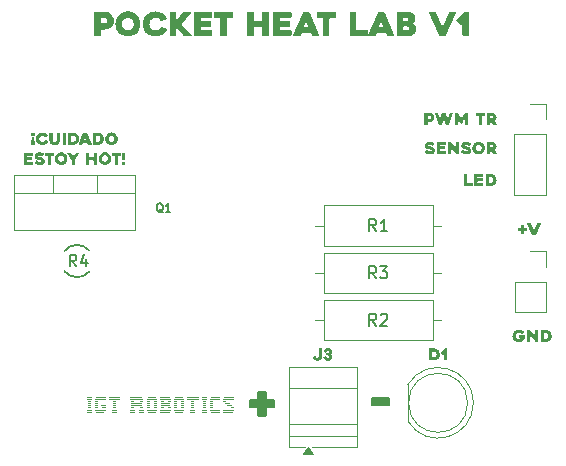
<source format=gbr>
%TF.GenerationSoftware,KiCad,Pcbnew,9.0.3*%
%TF.CreationDate,2026-01-13T18:55:34-07:00*%
%TF.ProjectId,pocket-heat-lab,706f636b-6574-42d6-9865-61742d6c6162,rev?*%
%TF.SameCoordinates,Original*%
%TF.FileFunction,Legend,Top*%
%TF.FilePolarity,Positive*%
%FSLAX46Y46*%
G04 Gerber Fmt 4.6, Leading zero omitted, Abs format (unit mm)*
G04 Created by KiCad (PCBNEW 9.0.3) date 2026-01-13 18:55:34*
%MOMM*%
%LPD*%
G01*
G04 APERTURE LIST*
%ADD10C,0.150000*%
%ADD11C,0.100000*%
%ADD12C,0.120000*%
%ADD13C,0.152400*%
G04 APERTURE END LIST*
D10*
G36*
X141191390Y-76905724D02*
G01*
X141191390Y-77096355D01*
X141188926Y-77109361D01*
X141181559Y-77120230D01*
X141170755Y-77127550D01*
X141157807Y-77130000D01*
X140459700Y-77130000D01*
X140445658Y-77127466D01*
X140435214Y-77120230D01*
X140428416Y-77109426D01*
X140426116Y-77096416D01*
X140426116Y-76139717D01*
X140428418Y-76126717D01*
X140435214Y-76115964D01*
X140445663Y-76108681D01*
X140459700Y-76106133D01*
X140669565Y-76106133D01*
X140682513Y-76108583D01*
X140693318Y-76115903D01*
X140700685Y-76126713D01*
X140703149Y-76139656D01*
X140703149Y-76838557D01*
X140705450Y-76851557D01*
X140712247Y-76862309D01*
X140722690Y-76869545D01*
X140736732Y-76872079D01*
X141157807Y-76872079D01*
X141170750Y-76874542D01*
X141181559Y-76881910D01*
X141188924Y-76892728D01*
X141191390Y-76905724D01*
G37*
G36*
X141563860Y-76397393D02*
G01*
X141563860Y-76455767D01*
X141566305Y-76468610D01*
X141573630Y-76479398D01*
X141584481Y-76486672D01*
X141597444Y-76489106D01*
X141976570Y-76489106D01*
X141989508Y-76491583D01*
X142000322Y-76498998D01*
X142007689Y-76509867D01*
X142010153Y-76522873D01*
X142010153Y-76717168D01*
X142007691Y-76730185D01*
X142000322Y-76741104D01*
X141989513Y-76748471D01*
X141976570Y-76750935D01*
X141597444Y-76750935D01*
X141584471Y-76753342D01*
X141573630Y-76760521D01*
X141566302Y-76771072D01*
X141563860Y-76783663D01*
X141563860Y-76835443D01*
X141566300Y-76848044D01*
X141573630Y-76858646D01*
X141584466Y-76865777D01*
X141597444Y-76868171D01*
X142032501Y-76868171D01*
X142045492Y-76870651D01*
X142056315Y-76878063D01*
X142063634Y-76888927D01*
X142066085Y-76901938D01*
X142066085Y-77096233D01*
X142063636Y-77109254D01*
X142056315Y-77120169D01*
X142045497Y-77127533D01*
X142032501Y-77130000D01*
X141320411Y-77130000D01*
X141307453Y-77127551D01*
X141296598Y-77120230D01*
X141289276Y-77109375D01*
X141286828Y-77096416D01*
X141286828Y-76139717D01*
X141289278Y-76126769D01*
X141296598Y-76115964D01*
X141307458Y-76108595D01*
X141320411Y-76106133D01*
X142032501Y-76106133D01*
X142045497Y-76108600D01*
X142056315Y-76115964D01*
X142063632Y-76126777D01*
X142066085Y-76139778D01*
X142066085Y-76330409D01*
X142063634Y-76343420D01*
X142056315Y-76354284D01*
X142045502Y-76361601D01*
X142032501Y-76364054D01*
X141597444Y-76364054D01*
X141584485Y-76366502D01*
X141573630Y-76373824D01*
X141566307Y-76384561D01*
X141563860Y-76397393D01*
G37*
G36*
X142750007Y-76111706D02*
G01*
X142828755Y-76127764D01*
X142899587Y-76153660D01*
X142963599Y-76189230D01*
X143021624Y-76234788D01*
X143067928Y-76284381D01*
X143106036Y-76339683D01*
X143136296Y-76401301D01*
X143157681Y-76466702D01*
X143170918Y-76538630D01*
X143175497Y-76618066D01*
X143170929Y-76697503D01*
X143157700Y-76769687D01*
X143136296Y-76835565D01*
X143106000Y-76897612D01*
X143067885Y-76953108D01*
X143021624Y-77002688D01*
X142972798Y-77041185D01*
X142919548Y-77072829D01*
X142861401Y-77097821D01*
X142800447Y-77115405D01*
X142734228Y-77126261D01*
X142662037Y-77130000D01*
X142280103Y-77130000D01*
X142267144Y-77127551D01*
X142256289Y-77120230D01*
X142248967Y-77109375D01*
X142246519Y-77096416D01*
X142246519Y-76401362D01*
X142523552Y-76401362D01*
X142523552Y-76838679D01*
X142525999Y-76851574D01*
X142533321Y-76862370D01*
X142544172Y-76869644D01*
X142557135Y-76872079D01*
X142662037Y-76872079D01*
X142701456Y-76869708D01*
X142743187Y-76862370D01*
X142783031Y-76848257D01*
X142818719Y-76825429D01*
X142848545Y-76793774D01*
X142873979Y-76748859D01*
X142889673Y-76695169D01*
X142895656Y-76620020D01*
X142889671Y-76544880D01*
X142873979Y-76491243D01*
X142848397Y-76446343D01*
X142817986Y-76414612D01*
X142781835Y-76391737D01*
X142742454Y-76377732D01*
X142701362Y-76370358D01*
X142662037Y-76367962D01*
X142557135Y-76367962D01*
X142544177Y-76370410D01*
X142533321Y-76377732D01*
X142526001Y-76388477D01*
X142523552Y-76401362D01*
X142246519Y-76401362D01*
X142246519Y-76139717D01*
X142248969Y-76126769D01*
X142256289Y-76115964D01*
X142267149Y-76108595D01*
X142280103Y-76106133D01*
X142662037Y-76106133D01*
X142750007Y-76111706D01*
G37*
D11*
G36*
X104055621Y-73650000D02*
G01*
X103822003Y-73650000D01*
X103807961Y-73647466D01*
X103797518Y-73640230D01*
X103791069Y-73629436D01*
X103789824Y-73616416D01*
X103824812Y-73013442D01*
X103828320Y-73000486D01*
X103835986Y-72989689D01*
X103847041Y-72982381D01*
X103861204Y-72979858D01*
X104016481Y-72979858D01*
X104029425Y-72982321D01*
X104040234Y-72989689D01*
X104047948Y-73000491D01*
X104051469Y-73013442D01*
X104086457Y-73616416D01*
X104085166Y-73629435D01*
X104078702Y-73640230D01*
X104068494Y-73647523D01*
X104055621Y-73650000D01*
G37*
G36*
X104044447Y-72887962D02*
G01*
X103834582Y-72887962D01*
X103820545Y-72885414D01*
X103810096Y-72878131D01*
X103803298Y-72867268D01*
X103800998Y-72854195D01*
X103800998Y-72659900D01*
X103803300Y-72646837D01*
X103810096Y-72636025D01*
X103820550Y-72628695D01*
X103834582Y-72626133D01*
X104044447Y-72626133D01*
X104057386Y-72628610D01*
X104068200Y-72636025D01*
X104075566Y-72646894D01*
X104078031Y-72659900D01*
X104078031Y-72854195D01*
X104075568Y-72867212D01*
X104068200Y-72878131D01*
X104057390Y-72885499D01*
X104044447Y-72887962D01*
G37*
G36*
X105219072Y-73378340D02*
G01*
X105176101Y-73441570D01*
X105129557Y-73498019D01*
X105077502Y-73547996D01*
X105019709Y-73589733D01*
X104956113Y-73623072D01*
X104884704Y-73648534D01*
X104808263Y-73664087D01*
X104721000Y-73669539D01*
X104647264Y-73664783D01*
X104577540Y-73650747D01*
X104511134Y-73627529D01*
X104448108Y-73595957D01*
X104391147Y-73558169D01*
X104339737Y-73514017D01*
X104294431Y-73463762D01*
X104256035Y-73407905D01*
X104224332Y-73345917D01*
X104201108Y-73280372D01*
X104187113Y-73211962D01*
X104182383Y-73140020D01*
X104187113Y-73068079D01*
X104201108Y-72999669D01*
X104224332Y-72934124D01*
X104256035Y-72872135D01*
X104294431Y-72816279D01*
X104339737Y-72766024D01*
X104391149Y-72721877D01*
X104448110Y-72684110D01*
X104511134Y-72652573D01*
X104577542Y-72629321D01*
X104647266Y-72615265D01*
X104721000Y-72610502D01*
X104810739Y-72616030D01*
X104887512Y-72631629D01*
X104958797Y-72657272D01*
X105021785Y-72690797D01*
X105078873Y-72732730D01*
X105130229Y-72782998D01*
X105176325Y-72839402D01*
X105219072Y-72901700D01*
X105223284Y-72913226D01*
X105221881Y-72925514D01*
X105215618Y-72936308D01*
X105205089Y-72943710D01*
X105006398Y-73022051D01*
X104992415Y-73024829D01*
X104978432Y-73022051D01*
X104966014Y-73014904D01*
X104957427Y-73005259D01*
X104927804Y-72964854D01*
X104895211Y-72932259D01*
X104859486Y-72906646D01*
X104819915Y-72888042D01*
X104774178Y-72876418D01*
X104721000Y-72872330D01*
X104669301Y-72877962D01*
X104620982Y-72894740D01*
X104577022Y-72920831D01*
X104539161Y-72954152D01*
X104508133Y-72993954D01*
X104484573Y-73040064D01*
X104469850Y-73089789D01*
X104464972Y-73140692D01*
X104469896Y-73192717D01*
X104484573Y-73242053D01*
X104508125Y-73287477D01*
X104539161Y-73326622D01*
X104576967Y-73359370D01*
X104620982Y-73385362D01*
X104669298Y-73402093D01*
X104721000Y-73407711D01*
X104771300Y-73403487D01*
X104817430Y-73391115D01*
X104860218Y-73370647D01*
X104899211Y-73343235D01*
X104931901Y-73311395D01*
X104958831Y-73274842D01*
X104967308Y-73265112D01*
X104979103Y-73258051D01*
X104992509Y-73255242D01*
X105006398Y-73258051D01*
X105205089Y-73336392D01*
X105215669Y-73343633D01*
X105221881Y-73353855D01*
X105223309Y-73365718D01*
X105219072Y-73378340D01*
G37*
G36*
X105324158Y-72659717D02*
G01*
X105326608Y-72646769D01*
X105333927Y-72635964D01*
X105344787Y-72628595D01*
X105357741Y-72626133D01*
X105569011Y-72626133D01*
X105581959Y-72628583D01*
X105592764Y-72635903D01*
X105600131Y-72646713D01*
X105602594Y-72659656D01*
X105602594Y-73224895D01*
X105607326Y-73276437D01*
X105620058Y-73314898D01*
X105640187Y-73347322D01*
X105663472Y-73370769D01*
X105690477Y-73388145D01*
X105718732Y-73399345D01*
X105747567Y-73405754D01*
X105771855Y-73407711D01*
X105796196Y-73405753D01*
X105825039Y-73399345D01*
X105853172Y-73388114D01*
X105879566Y-73370769D01*
X105902296Y-73347379D01*
X105922247Y-73314898D01*
X105935025Y-73276432D01*
X105939772Y-73224895D01*
X105939772Y-72659656D01*
X105942222Y-72646708D01*
X105949541Y-72635903D01*
X105960397Y-72628581D01*
X105973355Y-72626133D01*
X106184564Y-72626133D01*
X106197507Y-72628597D01*
X106208317Y-72635964D01*
X106215684Y-72646774D01*
X106218147Y-72659717D01*
X106218147Y-73226299D01*
X106214483Y-73291941D01*
X106203856Y-73351864D01*
X106186640Y-73406795D01*
X106162339Y-73458791D01*
X106132299Y-73504772D01*
X106096392Y-73545341D01*
X106055052Y-73580355D01*
X106008159Y-73609948D01*
X105955098Y-73634185D01*
X105899286Y-73651366D01*
X105838444Y-73661974D01*
X105771855Y-73665631D01*
X105705265Y-73661975D01*
X105644402Y-73651368D01*
X105588550Y-73634185D01*
X105535527Y-73609954D01*
X105488632Y-73580361D01*
X105447256Y-73545341D01*
X105411324Y-73504800D01*
X105381056Y-73458817D01*
X105356337Y-73406795D01*
X105338746Y-73351833D01*
X105327897Y-73291914D01*
X105324158Y-73226299D01*
X105324158Y-72659717D01*
G37*
G36*
X106683186Y-73650000D02*
G01*
X106471977Y-73650000D01*
X106457935Y-73647466D01*
X106447491Y-73640230D01*
X106440696Y-73629418D01*
X106438393Y-73616355D01*
X106438393Y-72659778D01*
X106440698Y-72646725D01*
X106447491Y-72635964D01*
X106457940Y-72628681D01*
X106471977Y-72626133D01*
X106683186Y-72626133D01*
X106696129Y-72628597D01*
X106706938Y-72635964D01*
X106714303Y-72646782D01*
X106716769Y-72659778D01*
X106716769Y-73616355D01*
X106714305Y-73629361D01*
X106706938Y-73640230D01*
X106696134Y-73647550D01*
X106683186Y-73650000D01*
G37*
G36*
X107409240Y-72631706D02*
G01*
X107487988Y-72647764D01*
X107558820Y-72673660D01*
X107622832Y-72709230D01*
X107680857Y-72754788D01*
X107727161Y-72804381D01*
X107765269Y-72859683D01*
X107795529Y-72921301D01*
X107816914Y-72986702D01*
X107830151Y-73058630D01*
X107834730Y-73138066D01*
X107830162Y-73217503D01*
X107816933Y-73289687D01*
X107795529Y-73355565D01*
X107765232Y-73417612D01*
X107727118Y-73473108D01*
X107680857Y-73522688D01*
X107632031Y-73561185D01*
X107578781Y-73592829D01*
X107520633Y-73617821D01*
X107459680Y-73635405D01*
X107393461Y-73646261D01*
X107321270Y-73650000D01*
X106939336Y-73650000D01*
X106926377Y-73647551D01*
X106915522Y-73640230D01*
X106908200Y-73629375D01*
X106905752Y-73616416D01*
X106905752Y-72921362D01*
X107182785Y-72921362D01*
X107182785Y-73358679D01*
X107185232Y-73371574D01*
X107192554Y-73382370D01*
X107203405Y-73389644D01*
X107216368Y-73392079D01*
X107321270Y-73392079D01*
X107360689Y-73389708D01*
X107402420Y-73382370D01*
X107442264Y-73368257D01*
X107477952Y-73345429D01*
X107507778Y-73313774D01*
X107533212Y-73268859D01*
X107548906Y-73215169D01*
X107554889Y-73140020D01*
X107548904Y-73064880D01*
X107533212Y-73011243D01*
X107507630Y-72966343D01*
X107477219Y-72934612D01*
X107441068Y-72911737D01*
X107401687Y-72897732D01*
X107360595Y-72890358D01*
X107321270Y-72887962D01*
X107216368Y-72887962D01*
X107203410Y-72890410D01*
X107192554Y-72897732D01*
X107185234Y-72908477D01*
X107182785Y-72921362D01*
X106905752Y-72921362D01*
X106905752Y-72659717D01*
X106908202Y-72646769D01*
X106915522Y-72635964D01*
X106926382Y-72628595D01*
X106939336Y-72626133D01*
X107321270Y-72626133D01*
X107409240Y-72631706D01*
G37*
G36*
X108452792Y-72628329D02*
G01*
X108466464Y-72635232D01*
X108478033Y-72645424D01*
X108485393Y-72656969D01*
X108893889Y-73609394D01*
X108896198Y-73622072D01*
X108891813Y-73636017D01*
X108881146Y-73646164D01*
X108861710Y-73650000D01*
X108622474Y-73650000D01*
X108607686Y-73647765D01*
X108593776Y-73640963D01*
X108573503Y-73619408D01*
X108535768Y-73535999D01*
X108515435Y-73514445D01*
X108501766Y-73507590D01*
X108488202Y-73505408D01*
X108192973Y-73505408D01*
X108178184Y-73507642D01*
X108164274Y-73514445D01*
X108152748Y-73524563D01*
X108145407Y-73535999D01*
X108106267Y-73619408D01*
X108098914Y-73630840D01*
X108087338Y-73640963D01*
X108073670Y-73647818D01*
X108060105Y-73650000D01*
X107819465Y-73650000D01*
X107804749Y-73647191D01*
X107792170Y-73638825D01*
X107785881Y-73624781D01*
X107790094Y-73605181D01*
X107942769Y-73248334D01*
X108254556Y-73248334D01*
X108257331Y-73257929D01*
X108264868Y-73264517D01*
X108278336Y-73267027D01*
X108402839Y-73267027D01*
X108415219Y-73264605D01*
X108423111Y-73257929D01*
X108426126Y-73248359D01*
X108422439Y-73236252D01*
X108388856Y-73154431D01*
X108352464Y-73066992D01*
X108345924Y-73056926D01*
X108339885Y-73054352D01*
X108333885Y-73056918D01*
X108327307Y-73066992D01*
X108257331Y-73236252D01*
X108254556Y-73248334D01*
X107942769Y-73248334D01*
X108195782Y-72656969D01*
X108203131Y-72645420D01*
X108214650Y-72635232D01*
X108228563Y-72628382D01*
X108243348Y-72626133D01*
X108439231Y-72626133D01*
X108452792Y-72628329D01*
G37*
G36*
X109498005Y-72631706D02*
G01*
X109576753Y-72647764D01*
X109647585Y-72673660D01*
X109711596Y-72709230D01*
X109769622Y-72754788D01*
X109815926Y-72804381D01*
X109854033Y-72859683D01*
X109884294Y-72921301D01*
X109905678Y-72986702D01*
X109918916Y-73058630D01*
X109923495Y-73138066D01*
X109918926Y-73217503D01*
X109905698Y-73289687D01*
X109884294Y-73355565D01*
X109853997Y-73417612D01*
X109815883Y-73473108D01*
X109769622Y-73522688D01*
X109720796Y-73561185D01*
X109667546Y-73592829D01*
X109609398Y-73617821D01*
X109548445Y-73635405D01*
X109482226Y-73646261D01*
X109410035Y-73650000D01*
X109028100Y-73650000D01*
X109015142Y-73647551D01*
X109004287Y-73640230D01*
X108996965Y-73629375D01*
X108994517Y-73616416D01*
X108994517Y-72921362D01*
X109271549Y-72921362D01*
X109271549Y-73358679D01*
X109273997Y-73371574D01*
X109281319Y-73382370D01*
X109292170Y-73389644D01*
X109305133Y-73392079D01*
X109410035Y-73392079D01*
X109449454Y-73389708D01*
X109491185Y-73382370D01*
X109531029Y-73368257D01*
X109566717Y-73345429D01*
X109596543Y-73313774D01*
X109621977Y-73268859D01*
X109637670Y-73215169D01*
X109643653Y-73140020D01*
X109637669Y-73064880D01*
X109621977Y-73011243D01*
X109596395Y-72966343D01*
X109565984Y-72934612D01*
X109529833Y-72911737D01*
X109490452Y-72897732D01*
X109449360Y-72890358D01*
X109410035Y-72887962D01*
X109305133Y-72887962D01*
X109292174Y-72890410D01*
X109281319Y-72897732D01*
X109273999Y-72908477D01*
X109271549Y-72921362D01*
X108994517Y-72921362D01*
X108994517Y-72659717D01*
X108996967Y-72646769D01*
X109004287Y-72635964D01*
X109015147Y-72628595D01*
X109028100Y-72626133D01*
X109410035Y-72626133D01*
X109498005Y-72631706D01*
G37*
G36*
X110647721Y-72611338D02*
G01*
X110716027Y-72625373D01*
X110781459Y-72648665D01*
X110843471Y-72680285D01*
X110899498Y-72718325D01*
X110950047Y-72762971D01*
X110994564Y-72813596D01*
X111032505Y-72869743D01*
X111064048Y-72931926D01*
X111087306Y-72997554D01*
X111101321Y-73066045D01*
X111106057Y-73138066D01*
X111101321Y-73210088D01*
X111087306Y-73278579D01*
X111064048Y-73344207D01*
X111032507Y-73406392D01*
X110994567Y-73462560D01*
X110950047Y-73513224D01*
X110899502Y-73557832D01*
X110843475Y-73595853D01*
X110781459Y-73627468D01*
X110716027Y-73650760D01*
X110647721Y-73664795D01*
X110575867Y-73669539D01*
X110503973Y-73664795D01*
X110435625Y-73650760D01*
X110370154Y-73627468D01*
X110308206Y-73595828D01*
X110252431Y-73557806D01*
X110202298Y-73513224D01*
X110158214Y-73462608D01*
X110120490Y-73406441D01*
X110088969Y-73344207D01*
X110065745Y-73278582D01*
X110051750Y-73210090D01*
X110047100Y-73139288D01*
X110324053Y-73139288D01*
X110328995Y-73192062D01*
X110343653Y-73241564D01*
X110367028Y-73287200D01*
X110397509Y-73326805D01*
X110434662Y-73359919D01*
X110477926Y-73385729D01*
X110525417Y-73402198D01*
X110575867Y-73407711D01*
X110626318Y-73402198D01*
X110673809Y-73385729D01*
X110717196Y-73359951D01*
X110754897Y-73326805D01*
X110785958Y-73287149D01*
X110809486Y-73241564D01*
X110824144Y-73192062D01*
X110829086Y-73139288D01*
X110824191Y-73087688D01*
X110809486Y-73037805D01*
X110785880Y-72991733D01*
X110754897Y-72952564D01*
X110717241Y-72919969D01*
X110673809Y-72894373D01*
X110626315Y-72877857D01*
X110575867Y-72872330D01*
X110525420Y-72877857D01*
X110477926Y-72894373D01*
X110434617Y-72920001D01*
X110397509Y-72952564D01*
X110367106Y-72991680D01*
X110343653Y-73037805D01*
X110328948Y-73087688D01*
X110324053Y-73139288D01*
X110047100Y-73139288D01*
X110047020Y-73138066D01*
X110051750Y-73066043D01*
X110065745Y-72997551D01*
X110088969Y-72931926D01*
X110120492Y-72869695D01*
X110158217Y-72813549D01*
X110202298Y-72762971D01*
X110252435Y-72718351D01*
X110308210Y-72680309D01*
X110370154Y-72648665D01*
X110435625Y-72625373D01*
X110503973Y-72611338D01*
X110575867Y-72606594D01*
X110647721Y-72611338D01*
G37*
G36*
X103441656Y-74597393D02*
G01*
X103441656Y-74655767D01*
X103444100Y-74668610D01*
X103451425Y-74679398D01*
X103462276Y-74686672D01*
X103475239Y-74689106D01*
X103854365Y-74689106D01*
X103867303Y-74691583D01*
X103878118Y-74698998D01*
X103885484Y-74709867D01*
X103887948Y-74722873D01*
X103887948Y-74917168D01*
X103885486Y-74930185D01*
X103878118Y-74941104D01*
X103867308Y-74948471D01*
X103854365Y-74950935D01*
X103475239Y-74950935D01*
X103462266Y-74953342D01*
X103451425Y-74960521D01*
X103444097Y-74971072D01*
X103441656Y-74983663D01*
X103441656Y-75035443D01*
X103444095Y-75048044D01*
X103451425Y-75058646D01*
X103462262Y-75065777D01*
X103475239Y-75068171D01*
X103910297Y-75068171D01*
X103923288Y-75070651D01*
X103934110Y-75078063D01*
X103941429Y-75088927D01*
X103943880Y-75101938D01*
X103943880Y-75296233D01*
X103941431Y-75309254D01*
X103934110Y-75320169D01*
X103923292Y-75327533D01*
X103910297Y-75330000D01*
X103198207Y-75330000D01*
X103185248Y-75327551D01*
X103174393Y-75320230D01*
X103167071Y-75309375D01*
X103164623Y-75296416D01*
X103164623Y-74339717D01*
X103167073Y-74326769D01*
X103174393Y-74315964D01*
X103185253Y-74308595D01*
X103198207Y-74306133D01*
X103910297Y-74306133D01*
X103923292Y-74308600D01*
X103934110Y-74315964D01*
X103941427Y-74326777D01*
X103943880Y-74339778D01*
X103943880Y-74530409D01*
X103941429Y-74543420D01*
X103934110Y-74554284D01*
X103923297Y-74561601D01*
X103910297Y-74564054D01*
X103475239Y-74564054D01*
X103462281Y-74566502D01*
X103451425Y-74573824D01*
X103444102Y-74584561D01*
X103441656Y-74597393D01*
G37*
G36*
X104237643Y-74982808D02*
G01*
X104314029Y-75027146D01*
X104387303Y-75059745D01*
X104460867Y-75081085D01*
X104525850Y-75087711D01*
X104583250Y-75082688D01*
X104619578Y-75070125D01*
X104637726Y-75056115D01*
X104648157Y-75038874D01*
X104651757Y-75017308D01*
X104648220Y-75000843D01*
X104637774Y-74988426D01*
X104600710Y-74970840D01*
X104546793Y-74959544D01*
X104483840Y-74948248D01*
X104411788Y-74934876D01*
X104327158Y-74912344D01*
X104241124Y-74875036D01*
X104200755Y-74849359D01*
X104164859Y-74817273D01*
X104134858Y-74779109D01*
X104111003Y-74733497D01*
X104096099Y-74682165D01*
X104090731Y-74618703D01*
X104095353Y-74554803D01*
X104108255Y-74501925D01*
X104128467Y-74458114D01*
X104156299Y-74418288D01*
X104188180Y-74384918D01*
X104224332Y-74357424D01*
X104285295Y-74325872D01*
X104353720Y-74305279D01*
X104424743Y-74294122D01*
X104492266Y-74290502D01*
X104570077Y-74294503D01*
X104639935Y-74306009D01*
X104702804Y-74324452D01*
X104763247Y-74350187D01*
X104822623Y-74383056D01*
X104881162Y-74423492D01*
X104889991Y-74434335D01*
X104893802Y-74447062D01*
X104892747Y-74460224D01*
X104886780Y-74471974D01*
X104777664Y-74626458D01*
X104767916Y-74635518D01*
X104755255Y-74640441D01*
X104741943Y-74640434D01*
X104730098Y-74634823D01*
X104658829Y-74595422D01*
X104597169Y-74571198D01*
X104536476Y-74556787D01*
X104483840Y-74552330D01*
X104448180Y-74553063D01*
X104409712Y-74558681D01*
X104392829Y-74565355D01*
X104379609Y-74574923D01*
X104370873Y-74587898D01*
X104367763Y-74605881D01*
X104374057Y-74623194D01*
X104397134Y-74641051D01*
X104464239Y-74667857D01*
X104537024Y-74685443D01*
X104581781Y-74693197D01*
X104692301Y-74722079D01*
X104750381Y-74745593D01*
X104804897Y-74778438D01*
X104852774Y-74820915D01*
X104893069Y-74875586D01*
X104912220Y-74916935D01*
X104924387Y-74966371D01*
X104928728Y-75025612D01*
X104925207Y-75081346D01*
X104915215Y-75129554D01*
X104899358Y-75171364D01*
X104877020Y-75210043D01*
X104849810Y-75243440D01*
X104817476Y-75272053D01*
X104760905Y-75305856D01*
X104691568Y-75330488D01*
X104615854Y-75344572D01*
X104528597Y-75349539D01*
X104457220Y-75346497D01*
X104392920Y-75337754D01*
X104331383Y-75323538D01*
X104275379Y-75305209D01*
X104222374Y-75282353D01*
X104173957Y-75256055D01*
X104087922Y-75195788D01*
X104079230Y-75185998D01*
X104075344Y-75172951D01*
X104076421Y-75159155D01*
X104082366Y-75147306D01*
X104190077Y-74992578D01*
X104199866Y-74983527D01*
X104212486Y-74978656D01*
X104225896Y-74978311D01*
X104237643Y-74982808D01*
G37*
G36*
X105715007Y-74564054D02*
G01*
X105519185Y-74564054D01*
X105506227Y-74566502D01*
X105495372Y-74573824D01*
X105488052Y-74584628D01*
X105485602Y-74597576D01*
X105485602Y-75296477D01*
X105483300Y-75309477D01*
X105476504Y-75320230D01*
X105466060Y-75327466D01*
X105452019Y-75330000D01*
X105242153Y-75330000D01*
X105229194Y-75327551D01*
X105218339Y-75320230D01*
X105211019Y-75309425D01*
X105208569Y-75296477D01*
X105208569Y-74597576D01*
X105206268Y-74584576D01*
X105199471Y-74573824D01*
X105189028Y-74566588D01*
X105174986Y-74564054D01*
X104976356Y-74564054D01*
X104963397Y-74561606D01*
X104952542Y-74554284D01*
X104945223Y-74543420D01*
X104942772Y-74530409D01*
X104942772Y-74339778D01*
X104945225Y-74326777D01*
X104952542Y-74315964D01*
X104963402Y-74308595D01*
X104976356Y-74306133D01*
X105715007Y-74306133D01*
X105729043Y-74308681D01*
X105739492Y-74315964D01*
X105746286Y-74326725D01*
X105748590Y-74339778D01*
X105748590Y-74530409D01*
X105746288Y-74543472D01*
X105739492Y-74554284D01*
X105729049Y-74561520D01*
X105715007Y-74564054D01*
G37*
G36*
X106390079Y-74291338D02*
G01*
X106458386Y-74305373D01*
X106523817Y-74328665D01*
X106585829Y-74360285D01*
X106641856Y-74398325D01*
X106692406Y-74442971D01*
X106736923Y-74493596D01*
X106774863Y-74549743D01*
X106806406Y-74611926D01*
X106829664Y-74677554D01*
X106843680Y-74746045D01*
X106848416Y-74818066D01*
X106843680Y-74890088D01*
X106829664Y-74958579D01*
X106806406Y-75024207D01*
X106774866Y-75086392D01*
X106736925Y-75142560D01*
X106692406Y-75193224D01*
X106641860Y-75237832D01*
X106585833Y-75275853D01*
X106523817Y-75307468D01*
X106458386Y-75330760D01*
X106390079Y-75344795D01*
X106318226Y-75349539D01*
X106246331Y-75344795D01*
X106177984Y-75330760D01*
X106112512Y-75307468D01*
X106050565Y-75275828D01*
X105994789Y-75237806D01*
X105944656Y-75193224D01*
X105900573Y-75142608D01*
X105862848Y-75086441D01*
X105831328Y-75024207D01*
X105808104Y-74958582D01*
X105794109Y-74890090D01*
X105789459Y-74819288D01*
X106066411Y-74819288D01*
X106071353Y-74872062D01*
X106086012Y-74921564D01*
X106109387Y-74967200D01*
X106139867Y-75006805D01*
X106177021Y-75039919D01*
X106220284Y-75065729D01*
X106267775Y-75082198D01*
X106318226Y-75087711D01*
X106368676Y-75082198D01*
X106416167Y-75065729D01*
X106459555Y-75039951D01*
X106497256Y-75006805D01*
X106528317Y-74967149D01*
X106551844Y-74921564D01*
X106566503Y-74872062D01*
X106571445Y-74819288D01*
X106566550Y-74767688D01*
X106551844Y-74717805D01*
X106528239Y-74671733D01*
X106497256Y-74632564D01*
X106459599Y-74599969D01*
X106416167Y-74574373D01*
X106368673Y-74557857D01*
X106318226Y-74552330D01*
X106267778Y-74557857D01*
X106220284Y-74574373D01*
X106176976Y-74600001D01*
X106139867Y-74632564D01*
X106109465Y-74671680D01*
X106086012Y-74717805D01*
X106071306Y-74767688D01*
X106066411Y-74819288D01*
X105789459Y-74819288D01*
X105789379Y-74818066D01*
X105794109Y-74746043D01*
X105808104Y-74677551D01*
X105831328Y-74611926D01*
X105862851Y-74549695D01*
X105900575Y-74493549D01*
X105944656Y-74442971D01*
X105994793Y-74398351D01*
X106050569Y-74360309D01*
X106112512Y-74328665D01*
X106177984Y-74305373D01*
X106246331Y-74291338D01*
X106318226Y-74286594D01*
X106390079Y-74291338D01*
G37*
G36*
X107853597Y-74345334D02*
G01*
X107503842Y-74912588D01*
X107491263Y-74943424D01*
X107485707Y-74975664D01*
X107485707Y-75296355D01*
X107483242Y-75309361D01*
X107475876Y-75320230D01*
X107465071Y-75327550D01*
X107452123Y-75330000D01*
X107240853Y-75330000D01*
X107227895Y-75327551D01*
X107217039Y-75320230D01*
X107209721Y-75309366D01*
X107207270Y-75296355D01*
X107207270Y-74977069D01*
X107202385Y-74944157D01*
X107190478Y-74913993D01*
X107019081Y-74631099D01*
X106844935Y-74345334D01*
X106840717Y-74332520D01*
X106842127Y-74319445D01*
X106848780Y-74309463D01*
X106860323Y-74306133D01*
X107109328Y-74306133D01*
X107123137Y-74308141D01*
X107137966Y-74314560D01*
X107150977Y-74324191D01*
X107159703Y-74335504D01*
X107331773Y-74634945D01*
X107339830Y-74643552D01*
X107348564Y-74646120D01*
X107357339Y-74643546D01*
X107365356Y-74634945D01*
X107536021Y-74335504D01*
X107544737Y-74324187D01*
X107557697Y-74314560D01*
X107572578Y-74308139D01*
X107586396Y-74306133D01*
X107838210Y-74306133D01*
X107850518Y-74308714D01*
X107858482Y-74315964D01*
X107860627Y-74326829D01*
X107853597Y-74345334D01*
G37*
G36*
X109333343Y-74339717D02*
G01*
X109333343Y-75296416D01*
X109330881Y-75309370D01*
X109323512Y-75320230D01*
X109312707Y-75327550D01*
X109299759Y-75330000D01*
X109089894Y-75330000D01*
X109075847Y-75327479D01*
X109065408Y-75320291D01*
X109058609Y-75309606D01*
X109056310Y-75296721D01*
X109056310Y-74999844D01*
X109053851Y-74987017D01*
X109046479Y-74976275D01*
X109035680Y-74969003D01*
X109022727Y-74966566D01*
X108734581Y-74966566D01*
X108720535Y-74969086D01*
X108710096Y-74976275D01*
X108703296Y-74986960D01*
X108700998Y-74999844D01*
X108700998Y-75296721D01*
X108698538Y-75309549D01*
X108691167Y-75320291D01*
X108680367Y-75327563D01*
X108667415Y-75330000D01*
X108458953Y-75330000D01*
X108444912Y-75327466D01*
X108434468Y-75320230D01*
X108427669Y-75309426D01*
X108425370Y-75296416D01*
X108425370Y-74339717D01*
X108427671Y-74326717D01*
X108434468Y-74315964D01*
X108444917Y-74308681D01*
X108458953Y-74306133D01*
X108667415Y-74306133D01*
X108680358Y-74308597D01*
X108691167Y-74315964D01*
X108698535Y-74326774D01*
X108700998Y-74339717D01*
X108700998Y-74671154D01*
X108703298Y-74684165D01*
X108710096Y-74694968D01*
X108720540Y-74702204D01*
X108734581Y-74704738D01*
X109022727Y-74704738D01*
X109035675Y-74702288D01*
X109046479Y-74694968D01*
X109053849Y-74684108D01*
X109056310Y-74671154D01*
X109056310Y-74339717D01*
X109058612Y-74326717D01*
X109065408Y-74315964D01*
X109075857Y-74308681D01*
X109089894Y-74306133D01*
X109299759Y-74306133D01*
X109312702Y-74308597D01*
X109323512Y-74315964D01*
X109330879Y-74326774D01*
X109333343Y-74339717D01*
G37*
G36*
X110096709Y-74291338D02*
G01*
X110165015Y-74305373D01*
X110230447Y-74328665D01*
X110292459Y-74360285D01*
X110348486Y-74398325D01*
X110399035Y-74442971D01*
X110443552Y-74493596D01*
X110481493Y-74549743D01*
X110513036Y-74611926D01*
X110536294Y-74677554D01*
X110550309Y-74746045D01*
X110555045Y-74818066D01*
X110550309Y-74890088D01*
X110536294Y-74958579D01*
X110513036Y-75024207D01*
X110481495Y-75086392D01*
X110443555Y-75142560D01*
X110399035Y-75193224D01*
X110348490Y-75237832D01*
X110292463Y-75275853D01*
X110230447Y-75307468D01*
X110165015Y-75330760D01*
X110096709Y-75344795D01*
X110024855Y-75349539D01*
X109952961Y-75344795D01*
X109884613Y-75330760D01*
X109819142Y-75307468D01*
X109757194Y-75275828D01*
X109701419Y-75237806D01*
X109651286Y-75193224D01*
X109607202Y-75142608D01*
X109569478Y-75086441D01*
X109537957Y-75024207D01*
X109514733Y-74958582D01*
X109500738Y-74890090D01*
X109496088Y-74819288D01*
X109773041Y-74819288D01*
X109777983Y-74872062D01*
X109792641Y-74921564D01*
X109816016Y-74967200D01*
X109846497Y-75006805D01*
X109883650Y-75039919D01*
X109926914Y-75065729D01*
X109974405Y-75082198D01*
X110024855Y-75087711D01*
X110075306Y-75082198D01*
X110122797Y-75065729D01*
X110166184Y-75039951D01*
X110203885Y-75006805D01*
X110234946Y-74967149D01*
X110258474Y-74921564D01*
X110273132Y-74872062D01*
X110278074Y-74819288D01*
X110273179Y-74767688D01*
X110258474Y-74717805D01*
X110234868Y-74671733D01*
X110203885Y-74632564D01*
X110166229Y-74599969D01*
X110122797Y-74574373D01*
X110075303Y-74557857D01*
X110024855Y-74552330D01*
X109974408Y-74557857D01*
X109926914Y-74574373D01*
X109883605Y-74600001D01*
X109846497Y-74632564D01*
X109816094Y-74671680D01*
X109792641Y-74717805D01*
X109777936Y-74767688D01*
X109773041Y-74819288D01*
X109496088Y-74819288D01*
X109496008Y-74818066D01*
X109500738Y-74746043D01*
X109514733Y-74677551D01*
X109537957Y-74611926D01*
X109569480Y-74549695D01*
X109607205Y-74493549D01*
X109651286Y-74442971D01*
X109701423Y-74398351D01*
X109757198Y-74360309D01*
X109819142Y-74328665D01*
X109884613Y-74305373D01*
X109952961Y-74291338D01*
X110024855Y-74286594D01*
X110096709Y-74291338D01*
G37*
G36*
X111354086Y-74564054D02*
G01*
X111158264Y-74564054D01*
X111145306Y-74566502D01*
X111134450Y-74573824D01*
X111127131Y-74584628D01*
X111124681Y-74597576D01*
X111124681Y-75296477D01*
X111122379Y-75309477D01*
X111115583Y-75320230D01*
X111105139Y-75327466D01*
X111091097Y-75330000D01*
X110881232Y-75330000D01*
X110868273Y-75327551D01*
X110857418Y-75320230D01*
X110850098Y-75309425D01*
X110847648Y-75296477D01*
X110847648Y-74597576D01*
X110845347Y-74584576D01*
X110838550Y-74573824D01*
X110828107Y-74566588D01*
X110814065Y-74564054D01*
X110615434Y-74564054D01*
X110602476Y-74561606D01*
X110591621Y-74554284D01*
X110584302Y-74543420D01*
X110581851Y-74530409D01*
X110581851Y-74339778D01*
X110584304Y-74326777D01*
X110591621Y-74315964D01*
X110602481Y-74308595D01*
X110615434Y-74306133D01*
X111354086Y-74306133D01*
X111368122Y-74308681D01*
X111378571Y-74315964D01*
X111385365Y-74326725D01*
X111387669Y-74339778D01*
X111387669Y-74530409D01*
X111385367Y-74543472D01*
X111378571Y-74554284D01*
X111368127Y-74561520D01*
X111354086Y-74564054D01*
G37*
G36*
X111688760Y-74976275D02*
G01*
X111533482Y-74976275D01*
X111519314Y-74973766D01*
X111508264Y-74966505D01*
X111500596Y-74955657D01*
X111497090Y-74942691D01*
X111462102Y-74339717D01*
X111463418Y-74325606D01*
X111469796Y-74315232D01*
X111480182Y-74308515D01*
X111494281Y-74306133D01*
X111727961Y-74306133D01*
X111740846Y-74308457D01*
X111751042Y-74315232D01*
X111757419Y-74325606D01*
X111758735Y-74339717D01*
X111723747Y-74942691D01*
X111720229Y-74955652D01*
X111712512Y-74966505D01*
X111701708Y-74973825D01*
X111688760Y-74976275D01*
G37*
G36*
X111716725Y-75330000D02*
G01*
X111506921Y-75330000D01*
X111492884Y-75327452D01*
X111482435Y-75320169D01*
X111475638Y-75309306D01*
X111473337Y-75296233D01*
X111473337Y-75101938D01*
X111475719Y-75087775D01*
X111482435Y-75077330D01*
X111492827Y-75070567D01*
X111506921Y-75068171D01*
X111716725Y-75068171D01*
X111729721Y-75070486D01*
X111740478Y-75077330D01*
X111747761Y-75087838D01*
X111750309Y-75101938D01*
X111750309Y-75296233D01*
X111747847Y-75309250D01*
X111740478Y-75320169D01*
X111729669Y-75327536D01*
X111716725Y-75330000D01*
G37*
D10*
G36*
X145067986Y-90349539D02*
G01*
X144994248Y-90344789D01*
X144924523Y-90330773D01*
X144858121Y-90307590D01*
X144795128Y-90276065D01*
X144738186Y-90238338D01*
X144686784Y-90194262D01*
X144641379Y-90144070D01*
X144602735Y-90088291D01*
X144570647Y-90026406D01*
X144547009Y-89960906D01*
X144532775Y-89892563D01*
X144527965Y-89820692D01*
X144532774Y-89748862D01*
X144547009Y-89680560D01*
X144570647Y-89615101D01*
X144602706Y-89553142D01*
X144641328Y-89497112D01*
X144686723Y-89446512D01*
X144738175Y-89402004D01*
X144795137Y-89364060D01*
X144858121Y-89332512D01*
X144924526Y-89309294D01*
X144994251Y-89295258D01*
X145067986Y-89290502D01*
X145145038Y-89294663D01*
X145214797Y-89306682D01*
X145278162Y-89326054D01*
X145335921Y-89352540D01*
X145407295Y-89399153D01*
X145468824Y-89455848D01*
X145521301Y-89523387D01*
X145525620Y-89535086D01*
X145524781Y-89548972D01*
X145519247Y-89561794D01*
X145510066Y-89570526D01*
X145342210Y-89678237D01*
X145330439Y-89682916D01*
X145316992Y-89683122D01*
X145304141Y-89678800D01*
X145293239Y-89669811D01*
X145246733Y-89621462D01*
X145196031Y-89584509D01*
X145158890Y-89566997D01*
X145116565Y-89556129D01*
X145067986Y-89552330D01*
X145016269Y-89557874D01*
X144967969Y-89574373D01*
X144924014Y-89600154D01*
X144886147Y-89633297D01*
X144854968Y-89672991D01*
X144830826Y-89719209D01*
X144815612Y-89769130D01*
X144810554Y-89820753D01*
X144815658Y-89873444D01*
X144830826Y-89922969D01*
X144854945Y-89968454D01*
X144886086Y-90007477D01*
X144923909Y-90040043D01*
X144967969Y-90065729D01*
X145016266Y-90082181D01*
X145067986Y-90087711D01*
X145120527Y-90082696D01*
X145172889Y-90067438D01*
X145205178Y-90050966D01*
X145232509Y-90028931D01*
X145255443Y-90000882D01*
X145259323Y-89989518D01*
X145256847Y-89979877D01*
X145249515Y-89972988D01*
X145237308Y-89970474D01*
X145076413Y-89970474D01*
X145063459Y-89968013D01*
X145052599Y-89960643D01*
X145045280Y-89949780D01*
X145042829Y-89936769D01*
X145042829Y-89769706D01*
X145045280Y-89756695D01*
X145052599Y-89745832D01*
X145063459Y-89738462D01*
X145076413Y-89736001D01*
X145557632Y-89736001D01*
X145570797Y-89738283D01*
X145582117Y-89745099D01*
X145590260Y-89755611D01*
X145594024Y-89769645D01*
X145596833Y-89827775D01*
X145592620Y-89898483D01*
X145582123Y-89961780D01*
X145563957Y-90021375D01*
X145538093Y-90077819D01*
X145505263Y-90130564D01*
X145466857Y-90178067D01*
X145422627Y-90220701D01*
X145373603Y-90257744D01*
X145319895Y-90289226D01*
X145261060Y-90315223D01*
X145199634Y-90334182D01*
X145135446Y-90345655D01*
X145067986Y-90349539D01*
G37*
G36*
X146705573Y-89339717D02*
G01*
X146705573Y-90296416D01*
X146703112Y-90309370D01*
X146695743Y-90320230D01*
X146684938Y-90327550D01*
X146671990Y-90330000D01*
X146464933Y-90330000D01*
X146451018Y-90328026D01*
X146435563Y-90321634D01*
X146411749Y-90302034D01*
X146046606Y-89788574D01*
X146037554Y-89780461D01*
X146029143Y-89779476D01*
X146022610Y-89784057D01*
X146020045Y-89795596D01*
X146020045Y-90296416D01*
X146017584Y-90309370D01*
X146010214Y-90320230D01*
X145999409Y-90327550D01*
X145986461Y-90330000D01*
X145778000Y-90330000D01*
X145765042Y-90327551D01*
X145754187Y-90320230D01*
X145746865Y-90309375D01*
X145744417Y-90296416D01*
X145744417Y-89339717D01*
X145746867Y-89326769D01*
X145754187Y-89315964D01*
X145765047Y-89308595D01*
X145778000Y-89306133D01*
X145987866Y-89306133D01*
X146017236Y-89313827D01*
X146040989Y-89332756D01*
X146404788Y-89846154D01*
X146413854Y-89854509D01*
X146422252Y-89855985D01*
X146428771Y-89851921D01*
X146431350Y-89840598D01*
X146431350Y-89339717D01*
X146433800Y-89326769D01*
X146441120Y-89315964D01*
X146451980Y-89308595D01*
X146464933Y-89306133D01*
X146671990Y-89306133D01*
X146684933Y-89308597D01*
X146695743Y-89315964D01*
X146703110Y-89326774D01*
X146705573Y-89339717D01*
G37*
G36*
X147421675Y-89311706D02*
G01*
X147500423Y-89327764D01*
X147571255Y-89353660D01*
X147635266Y-89389230D01*
X147693292Y-89434788D01*
X147739596Y-89484381D01*
X147777703Y-89539683D01*
X147807964Y-89601301D01*
X147829348Y-89666702D01*
X147842586Y-89738630D01*
X147847165Y-89818066D01*
X147842596Y-89897503D01*
X147829368Y-89969687D01*
X147807964Y-90035565D01*
X147777667Y-90097612D01*
X147739553Y-90153108D01*
X147693292Y-90202688D01*
X147644466Y-90241185D01*
X147591216Y-90272829D01*
X147533068Y-90297821D01*
X147472115Y-90315405D01*
X147405896Y-90326261D01*
X147333705Y-90330000D01*
X146951770Y-90330000D01*
X146938812Y-90327551D01*
X146927957Y-90320230D01*
X146920635Y-90309375D01*
X146918187Y-90296416D01*
X146918187Y-89601362D01*
X147195219Y-89601362D01*
X147195219Y-90038679D01*
X147197667Y-90051574D01*
X147204989Y-90062370D01*
X147215840Y-90069644D01*
X147228803Y-90072079D01*
X147333705Y-90072079D01*
X147373124Y-90069708D01*
X147414855Y-90062370D01*
X147454698Y-90048257D01*
X147490387Y-90025429D01*
X147520213Y-89993774D01*
X147545647Y-89948859D01*
X147561340Y-89895169D01*
X147567323Y-89820020D01*
X147561339Y-89744880D01*
X147545647Y-89691243D01*
X147520065Y-89646343D01*
X147489654Y-89614612D01*
X147453502Y-89591737D01*
X147414122Y-89577732D01*
X147373030Y-89570358D01*
X147333705Y-89567962D01*
X147228803Y-89567962D01*
X147215844Y-89570410D01*
X147204989Y-89577732D01*
X147197669Y-89588477D01*
X147195219Y-89601362D01*
X146918187Y-89601362D01*
X146918187Y-89339717D01*
X146920637Y-89326769D01*
X146927957Y-89315964D01*
X146938817Y-89308595D01*
X146951770Y-89306133D01*
X147333705Y-89306133D01*
X147421675Y-89311706D01*
G37*
G36*
X110175757Y-62407158D02*
G01*
X110318073Y-62451252D01*
X110447942Y-62521675D01*
X110558653Y-62613918D01*
X110650039Y-62725615D01*
X110720952Y-62855108D01*
X110754241Y-62948316D01*
X110774348Y-63046128D01*
X110781158Y-63149542D01*
X110768302Y-63302859D01*
X110730722Y-63442756D01*
X110691221Y-63529770D01*
X110640565Y-63607995D01*
X110578314Y-63678328D01*
X110506272Y-63738841D01*
X110421912Y-63791231D01*
X110323691Y-63835376D01*
X110220527Y-63866370D01*
X110102371Y-63885985D01*
X109966974Y-63892896D01*
X109723586Y-63892896D01*
X109697660Y-63897765D01*
X109675959Y-63912313D01*
X109661318Y-63933804D01*
X109656420Y-63959574D01*
X109656420Y-64373321D01*
X109651495Y-64399081D01*
X109636758Y-64420582D01*
X109615158Y-64435126D01*
X109589253Y-64440000D01*
X109166713Y-64440000D01*
X109140796Y-64435103D01*
X109119085Y-64420460D01*
X109104442Y-64398750D01*
X109099546Y-64372833D01*
X109099546Y-62974787D01*
X109656420Y-62974787D01*
X109656420Y-63302561D01*
X109661318Y-63328330D01*
X109675959Y-63349822D01*
X109697660Y-63364370D01*
X109723586Y-63369239D01*
X110022906Y-63369239D01*
X110090413Y-63360884D01*
X110140758Y-63337969D01*
X110178244Y-63301217D01*
X110214894Y-63228833D01*
X110227215Y-63146978D01*
X110211828Y-63059539D01*
X110192569Y-63018832D01*
X110165666Y-62983091D01*
X110131772Y-62953178D01*
X110090073Y-62928991D01*
X110042994Y-62913560D01*
X109986636Y-62908108D01*
X109723586Y-62908108D01*
X109697660Y-62912978D01*
X109675959Y-62927526D01*
X109661318Y-62949017D01*
X109656420Y-62974787D01*
X109099546Y-62974787D01*
X109099546Y-62459434D01*
X109104446Y-62433538D01*
X109119085Y-62411929D01*
X109140805Y-62397190D01*
X109166713Y-62392267D01*
X110022906Y-62392267D01*
X110175757Y-62407158D01*
G37*
G36*
X112111519Y-62362676D02*
G01*
X112248132Y-62390747D01*
X112378995Y-62437330D01*
X112503019Y-62500570D01*
X112615073Y-62576650D01*
X112716172Y-62665942D01*
X112805205Y-62767193D01*
X112881087Y-62879487D01*
X112944173Y-63003852D01*
X112990689Y-63135109D01*
X113018720Y-63272091D01*
X113028192Y-63416133D01*
X113018720Y-63560176D01*
X112990689Y-63697158D01*
X112944173Y-63828415D01*
X112881092Y-63952785D01*
X112805211Y-64065121D01*
X112716172Y-64166448D01*
X112615081Y-64255665D01*
X112503027Y-64331706D01*
X112378995Y-64394937D01*
X112248132Y-64441520D01*
X112111519Y-64469591D01*
X111967812Y-64479078D01*
X111824022Y-64469591D01*
X111687327Y-64441520D01*
X111556385Y-64394937D01*
X111432490Y-64331657D01*
X111320939Y-64255612D01*
X111220673Y-64166448D01*
X111132505Y-64065217D01*
X111057056Y-63952882D01*
X110994016Y-63828415D01*
X110947568Y-63697164D01*
X110919577Y-63560181D01*
X110910278Y-63418576D01*
X111464183Y-63418576D01*
X111474066Y-63524125D01*
X111503384Y-63623129D01*
X111550134Y-63714400D01*
X111611095Y-63793611D01*
X111685402Y-63859838D01*
X111771929Y-63911458D01*
X111866911Y-63944397D01*
X111967812Y-63955422D01*
X112068713Y-63944397D01*
X112163695Y-63911458D01*
X112250470Y-63859903D01*
X112325872Y-63793611D01*
X112387994Y-63714298D01*
X112435048Y-63623129D01*
X112464366Y-63524125D01*
X112474249Y-63418576D01*
X112464460Y-63315377D01*
X112435048Y-63215610D01*
X112387838Y-63123466D01*
X112325872Y-63045129D01*
X112250559Y-62979938D01*
X112163695Y-62928747D01*
X112068707Y-62895715D01*
X111967812Y-62884661D01*
X111866917Y-62895715D01*
X111771929Y-62928747D01*
X111685311Y-62980003D01*
X111611095Y-63045129D01*
X111550290Y-63123361D01*
X111503384Y-63215610D01*
X111473973Y-63315377D01*
X111464183Y-63418576D01*
X110910278Y-63418576D01*
X110910118Y-63416133D01*
X110919577Y-63272086D01*
X110947568Y-63135103D01*
X110994016Y-63003852D01*
X111057061Y-62879390D01*
X111132511Y-62767098D01*
X111220673Y-62665942D01*
X111320947Y-62576703D01*
X111432497Y-62500619D01*
X111556385Y-62437330D01*
X111687327Y-62390747D01*
X111824022Y-62362676D01*
X111967812Y-62353189D01*
X112111519Y-62362676D01*
G37*
G36*
X115295254Y-63896681D02*
G01*
X115209311Y-64023140D01*
X115116224Y-64136039D01*
X115012114Y-64235992D01*
X114896528Y-64319466D01*
X114769337Y-64386144D01*
X114626517Y-64437069D01*
X114473636Y-64468174D01*
X114299110Y-64479078D01*
X114151638Y-64469566D01*
X114012189Y-64441494D01*
X113879378Y-64395059D01*
X113753326Y-64331914D01*
X113639403Y-64256338D01*
X113536584Y-64168035D01*
X113445972Y-64067524D01*
X113369179Y-63955811D01*
X113305774Y-63831835D01*
X113259326Y-63700744D01*
X113231336Y-63563924D01*
X113221877Y-63420041D01*
X113231336Y-63276159D01*
X113259326Y-63139339D01*
X113305774Y-63008248D01*
X113369179Y-62884271D01*
X113445972Y-62772559D01*
X113536584Y-62672048D01*
X113639408Y-62583755D01*
X113753330Y-62508220D01*
X113879378Y-62445146D01*
X114012195Y-62398642D01*
X114151643Y-62370530D01*
X114299110Y-62361004D01*
X114478588Y-62372061D01*
X114632135Y-62403258D01*
X114774704Y-62454545D01*
X114900680Y-62521594D01*
X115014856Y-62605461D01*
X115117568Y-62705997D01*
X115209760Y-62818804D01*
X115295254Y-62943401D01*
X115303677Y-62966453D01*
X115300872Y-62991029D01*
X115288345Y-63012616D01*
X115267288Y-63027421D01*
X114869905Y-63184103D01*
X114841939Y-63189659D01*
X114813974Y-63184103D01*
X114789138Y-63169808D01*
X114771964Y-63150519D01*
X114712718Y-63069708D01*
X114647531Y-63004519D01*
X114576081Y-62953293D01*
X114496940Y-62916084D01*
X114405465Y-62892836D01*
X114299110Y-62884661D01*
X114195712Y-62895925D01*
X114099075Y-62929480D01*
X114011153Y-62981663D01*
X113935432Y-63048304D01*
X113873376Y-63127908D01*
X113826256Y-63220129D01*
X113796811Y-63319579D01*
X113787055Y-63421385D01*
X113796903Y-63525434D01*
X113826256Y-63624106D01*
X113873361Y-63714954D01*
X113935432Y-63793244D01*
X114011045Y-63858740D01*
X114099075Y-63910725D01*
X114195706Y-63944187D01*
X114299110Y-63955422D01*
X114399710Y-63946975D01*
X114491970Y-63922230D01*
X114577547Y-63881294D01*
X114655533Y-63826471D01*
X114720911Y-63762791D01*
X114774773Y-63689685D01*
X114791725Y-63670225D01*
X114815317Y-63656102D01*
X114842127Y-63650485D01*
X114869905Y-63656102D01*
X115267288Y-63812784D01*
X115288448Y-63827266D01*
X115300872Y-63847711D01*
X115303727Y-63871437D01*
X115295254Y-63896681D01*
G37*
G36*
X116655443Y-64389685D02*
G01*
X116112613Y-63782498D01*
X116093003Y-63766179D01*
X116080495Y-63765645D01*
X116071735Y-63775196D01*
X116067916Y-63799228D01*
X116067916Y-64372833D01*
X116062994Y-64398740D01*
X116048255Y-64420460D01*
X116026646Y-64435100D01*
X116000750Y-64440000D01*
X115581018Y-64440000D01*
X115552935Y-64434932D01*
X115532048Y-64420460D01*
X115518451Y-64398853D01*
X115513852Y-64372833D01*
X115513852Y-62459434D01*
X115518455Y-62433434D01*
X115532048Y-62411929D01*
X115552946Y-62397363D01*
X115581018Y-62392267D01*
X116000750Y-62392267D01*
X116026750Y-62396871D01*
X116048255Y-62410464D01*
X116062946Y-62430973D01*
X116067916Y-62456625D01*
X116067916Y-63100205D01*
X116071427Y-63124157D01*
X116079030Y-63132445D01*
X116089909Y-63131008D01*
X116106995Y-63114249D01*
X116610624Y-62445512D01*
X116658251Y-62407655D01*
X116719801Y-62392267D01*
X117254204Y-62392267D01*
X117279670Y-62399115D01*
X117293405Y-62418890D01*
X117295513Y-62444436D01*
X117284979Y-62467861D01*
X116549075Y-63389511D01*
X116536912Y-63413556D01*
X116533688Y-63441413D01*
X116539748Y-63468488D01*
X116554692Y-63490383D01*
X116756193Y-63706172D01*
X116967463Y-63931608D01*
X117174459Y-64155701D01*
X117368998Y-64361598D01*
X117382281Y-64385500D01*
X117382920Y-64412034D01*
X117371223Y-64432845D01*
X117346528Y-64440000D01*
X116767428Y-64440000D01*
X116704413Y-64426078D01*
X116675416Y-64409436D01*
X116655443Y-64389685D01*
G37*
G36*
X118114183Y-62974787D02*
G01*
X118114183Y-63091535D01*
X118119072Y-63117221D01*
X118133722Y-63138796D01*
X118155423Y-63153344D01*
X118181350Y-63158213D01*
X118939602Y-63158213D01*
X118965479Y-63163166D01*
X118987107Y-63177997D01*
X119001840Y-63199734D01*
X119006769Y-63225746D01*
X119006769Y-63614337D01*
X119001844Y-63640370D01*
X118987107Y-63662208D01*
X118965488Y-63676943D01*
X118939602Y-63681870D01*
X118181350Y-63681870D01*
X118155404Y-63686685D01*
X118133722Y-63701043D01*
X118119065Y-63722145D01*
X118114183Y-63747327D01*
X118114183Y-63850886D01*
X118119061Y-63876088D01*
X118133722Y-63897292D01*
X118155395Y-63911554D01*
X118181350Y-63916343D01*
X119051465Y-63916343D01*
X119077447Y-63921302D01*
X119099092Y-63936127D01*
X119113730Y-63957854D01*
X119118632Y-63983876D01*
X119118632Y-64372466D01*
X119113734Y-64398509D01*
X119099092Y-64420338D01*
X119077456Y-64435067D01*
X119051465Y-64440000D01*
X117627285Y-64440000D01*
X117601368Y-64435103D01*
X117579658Y-64420460D01*
X117565014Y-64398750D01*
X117560118Y-64372833D01*
X117560118Y-62459434D01*
X117565018Y-62433538D01*
X117579658Y-62411929D01*
X117601378Y-62397190D01*
X117627285Y-62392267D01*
X119051465Y-62392267D01*
X119077456Y-62397200D01*
X119099092Y-62411929D01*
X119113726Y-62433555D01*
X119118632Y-62459556D01*
X119118632Y-62840819D01*
X119113730Y-62866841D01*
X119099092Y-62888569D01*
X119077466Y-62903203D01*
X119051465Y-62908108D01*
X118181350Y-62908108D01*
X118155433Y-62913004D01*
X118133722Y-62927648D01*
X118119076Y-62949122D01*
X118114183Y-62974787D01*
G37*
G36*
X120814410Y-62908108D02*
G01*
X120422766Y-62908108D01*
X120396850Y-62913004D01*
X120375139Y-62927648D01*
X120360500Y-62949257D01*
X120355600Y-62975153D01*
X120355600Y-64372955D01*
X120350996Y-64398955D01*
X120337404Y-64420460D01*
X120316516Y-64434932D01*
X120288433Y-64440000D01*
X119868702Y-64440000D01*
X119842785Y-64435103D01*
X119821074Y-64420460D01*
X119806435Y-64398851D01*
X119801535Y-64372955D01*
X119801535Y-62975153D01*
X119796932Y-62949153D01*
X119783339Y-62927648D01*
X119762451Y-62913176D01*
X119734368Y-62908108D01*
X119337107Y-62908108D01*
X119311190Y-62903212D01*
X119289480Y-62888569D01*
X119274842Y-62866841D01*
X119269940Y-62840819D01*
X119269940Y-62459556D01*
X119274846Y-62433555D01*
X119289480Y-62411929D01*
X119311200Y-62397190D01*
X119337107Y-62392267D01*
X120814410Y-62392267D01*
X120842482Y-62397363D01*
X120863381Y-62411929D01*
X120876968Y-62433451D01*
X120881577Y-62459556D01*
X120881577Y-62840819D01*
X120876972Y-62866945D01*
X120863381Y-62888569D01*
X120842493Y-62903041D01*
X120814410Y-62908108D01*
G37*
G36*
X123879413Y-62459434D02*
G01*
X123879413Y-64372833D01*
X123874491Y-64398740D01*
X123859752Y-64420460D01*
X123838142Y-64435100D01*
X123812247Y-64440000D01*
X123392515Y-64440000D01*
X123364422Y-64434959D01*
X123343545Y-64420582D01*
X123329945Y-64399212D01*
X123325348Y-64373443D01*
X123325348Y-63779689D01*
X123320429Y-63754034D01*
X123305687Y-63732550D01*
X123284087Y-63718006D01*
X123258182Y-63713133D01*
X122681891Y-63713133D01*
X122653797Y-63718173D01*
X122632920Y-63732550D01*
X122619321Y-63753920D01*
X122614724Y-63779689D01*
X122614724Y-64373443D01*
X122609804Y-64399099D01*
X122595062Y-64420582D01*
X122573463Y-64435126D01*
X122547557Y-64440000D01*
X122130635Y-64440000D01*
X122102551Y-64434932D01*
X122081664Y-64420460D01*
X122068067Y-64398853D01*
X122063468Y-64372833D01*
X122063468Y-62459434D01*
X122068071Y-62433434D01*
X122081664Y-62411929D01*
X122102562Y-62397363D01*
X122130635Y-62392267D01*
X122547557Y-62392267D01*
X122573443Y-62397194D01*
X122595062Y-62411929D01*
X122609797Y-62433548D01*
X122614724Y-62459434D01*
X122614724Y-63122309D01*
X122619323Y-63148330D01*
X122632920Y-63169937D01*
X122653808Y-63184408D01*
X122681891Y-63189476D01*
X123258182Y-63189476D01*
X123284078Y-63184576D01*
X123305687Y-63169937D01*
X123320426Y-63148217D01*
X123325348Y-63122309D01*
X123325348Y-62459434D01*
X123329952Y-62433434D01*
X123343545Y-62411929D01*
X123364443Y-62397363D01*
X123392515Y-62392267D01*
X123812247Y-62392267D01*
X123838133Y-62397194D01*
X123859752Y-62411929D01*
X123874487Y-62433548D01*
X123879413Y-62459434D01*
G37*
G36*
X124818161Y-62974787D02*
G01*
X124818161Y-63091535D01*
X124823050Y-63117221D01*
X124837700Y-63138796D01*
X124859401Y-63153344D01*
X124885327Y-63158213D01*
X125643579Y-63158213D01*
X125669456Y-63163166D01*
X125691085Y-63177997D01*
X125705818Y-63199734D01*
X125710746Y-63225746D01*
X125710746Y-63614337D01*
X125705822Y-63640370D01*
X125691085Y-63662208D01*
X125669466Y-63676943D01*
X125643579Y-63681870D01*
X124885327Y-63681870D01*
X124859382Y-63686685D01*
X124837700Y-63701043D01*
X124823043Y-63722145D01*
X124818161Y-63747327D01*
X124818161Y-63850886D01*
X124823039Y-63876088D01*
X124837700Y-63897292D01*
X124859373Y-63911554D01*
X124885327Y-63916343D01*
X125755443Y-63916343D01*
X125781424Y-63921302D01*
X125803070Y-63936127D01*
X125817708Y-63957854D01*
X125822609Y-63983876D01*
X125822609Y-64372466D01*
X125817712Y-64398509D01*
X125803070Y-64420338D01*
X125781434Y-64435067D01*
X125755443Y-64440000D01*
X124331263Y-64440000D01*
X124305346Y-64435103D01*
X124283635Y-64420460D01*
X124268992Y-64398750D01*
X124264096Y-64372833D01*
X124264096Y-62459434D01*
X124268996Y-62433538D01*
X124283635Y-62411929D01*
X124305355Y-62397190D01*
X124331263Y-62392267D01*
X125755443Y-62392267D01*
X125781434Y-62397200D01*
X125803070Y-62411929D01*
X125817704Y-62433555D01*
X125822609Y-62459556D01*
X125822609Y-62840819D01*
X125817708Y-62866841D01*
X125803070Y-62888569D01*
X125781444Y-62903203D01*
X125755443Y-62908108D01*
X124885327Y-62908108D01*
X124859411Y-62913004D01*
X124837700Y-62927648D01*
X124823054Y-62949122D01*
X124818161Y-62974787D01*
G37*
G36*
X127282582Y-62396658D02*
G01*
X127309926Y-62410464D01*
X127333064Y-62430849D01*
X127347784Y-62453939D01*
X128164776Y-64358789D01*
X128169395Y-64384144D01*
X128160624Y-64412034D01*
X128139291Y-64432329D01*
X128100418Y-64440000D01*
X127621946Y-64440000D01*
X127592369Y-64435531D01*
X127564549Y-64421926D01*
X127524005Y-64378817D01*
X127448534Y-64211999D01*
X127407868Y-64168890D01*
X127380531Y-64155180D01*
X127353401Y-64150816D01*
X126762944Y-64150816D01*
X126733367Y-64155284D01*
X126705547Y-64168890D01*
X126682495Y-64189127D01*
X126667812Y-64211999D01*
X126589532Y-64378817D01*
X126574827Y-64401680D01*
X126551674Y-64421926D01*
X126524338Y-64435636D01*
X126497208Y-64440000D01*
X126015928Y-64440000D01*
X125986496Y-64434382D01*
X125961339Y-64417651D01*
X125948761Y-64389563D01*
X125957187Y-64350362D01*
X126262537Y-63636669D01*
X126886110Y-63636669D01*
X126891660Y-63655858D01*
X126906735Y-63669035D01*
X126933670Y-63674054D01*
X127182676Y-63674054D01*
X127207436Y-63669211D01*
X127223220Y-63655858D01*
X127229250Y-63636718D01*
X127221877Y-63612505D01*
X127154710Y-63448862D01*
X127081926Y-63273984D01*
X127068847Y-63253853D01*
X127056769Y-63248705D01*
X127044769Y-63253836D01*
X127031612Y-63273984D01*
X126891660Y-63612505D01*
X126886110Y-63636669D01*
X126262537Y-63636669D01*
X126768562Y-62453939D01*
X126783260Y-62430840D01*
X126806297Y-62410464D01*
X126834125Y-62396764D01*
X126863695Y-62392267D01*
X127255460Y-62392267D01*
X127282582Y-62396658D01*
G37*
G36*
X129491870Y-62908108D02*
G01*
X129100226Y-62908108D01*
X129074309Y-62913004D01*
X129052599Y-62927648D01*
X129037959Y-62949257D01*
X129033060Y-62975153D01*
X129033060Y-64372955D01*
X129028456Y-64398955D01*
X129014863Y-64420460D01*
X128993976Y-64434932D01*
X128965893Y-64440000D01*
X128546161Y-64440000D01*
X128520244Y-64435103D01*
X128498534Y-64420460D01*
X128483895Y-64398851D01*
X128478995Y-64372955D01*
X128478995Y-62975153D01*
X128474391Y-62949153D01*
X128460799Y-62927648D01*
X128439911Y-62913176D01*
X128411828Y-62908108D01*
X128014567Y-62908108D01*
X127988650Y-62903212D01*
X127966939Y-62888569D01*
X127952302Y-62866841D01*
X127947400Y-62840819D01*
X127947400Y-62459556D01*
X127952306Y-62433555D01*
X127966939Y-62411929D01*
X127988659Y-62397190D01*
X128014567Y-62392267D01*
X129491870Y-62392267D01*
X129519942Y-62397363D01*
X129540840Y-62411929D01*
X129554428Y-62433451D01*
X129559036Y-62459556D01*
X129559036Y-62840819D01*
X129554432Y-62866945D01*
X129540840Y-62888569D01*
X129519953Y-62903041D01*
X129491870Y-62908108D01*
G37*
G36*
X132260240Y-63991448D02*
G01*
X132260240Y-64372711D01*
X132255312Y-64398723D01*
X132240579Y-64420460D01*
X132218969Y-64435100D01*
X132193073Y-64440000D01*
X130796859Y-64440000D01*
X130768776Y-64434932D01*
X130747889Y-64420460D01*
X130734292Y-64398853D01*
X130729692Y-64372833D01*
X130729692Y-62459434D01*
X130734296Y-62433434D01*
X130747889Y-62411929D01*
X130768787Y-62397363D01*
X130796859Y-62392267D01*
X131216591Y-62392267D01*
X131242486Y-62397167D01*
X131264096Y-62411807D01*
X131278831Y-62433426D01*
X131283757Y-62459312D01*
X131283757Y-63857114D01*
X131288361Y-63883114D01*
X131301953Y-63904619D01*
X131322841Y-63919091D01*
X131350924Y-63924159D01*
X132193073Y-63924159D01*
X132218960Y-63929085D01*
X132240579Y-63943820D01*
X132255308Y-63965456D01*
X132260240Y-63991448D01*
G37*
G36*
X133636804Y-62396658D02*
G01*
X133664148Y-62410464D01*
X133687286Y-62430849D01*
X133702006Y-62453939D01*
X134518998Y-64358789D01*
X134523617Y-64384144D01*
X134514846Y-64412034D01*
X134493513Y-64432329D01*
X134454640Y-64440000D01*
X133976168Y-64440000D01*
X133946591Y-64435531D01*
X133918771Y-64421926D01*
X133878227Y-64378817D01*
X133802756Y-64211999D01*
X133762090Y-64168890D01*
X133734753Y-64155180D01*
X133707623Y-64150816D01*
X133117166Y-64150816D01*
X133087589Y-64155284D01*
X133059769Y-64168890D01*
X133036717Y-64189127D01*
X133022034Y-64211999D01*
X132943754Y-64378817D01*
X132929049Y-64401680D01*
X132905896Y-64421926D01*
X132878560Y-64435636D01*
X132851430Y-64440000D01*
X132370150Y-64440000D01*
X132340718Y-64434382D01*
X132315561Y-64417651D01*
X132302983Y-64389563D01*
X132311409Y-64350362D01*
X132616759Y-63636669D01*
X133240332Y-63636669D01*
X133245882Y-63655858D01*
X133260957Y-63669035D01*
X133287892Y-63674054D01*
X133536898Y-63674054D01*
X133561657Y-63669211D01*
X133577442Y-63655858D01*
X133583472Y-63636718D01*
X133576099Y-63612505D01*
X133508932Y-63448862D01*
X133436147Y-63273984D01*
X133423068Y-63253853D01*
X133410990Y-63248705D01*
X133398991Y-63253836D01*
X133385833Y-63273984D01*
X133245882Y-63612505D01*
X133240332Y-63636669D01*
X132616759Y-63636669D01*
X133122784Y-62453939D01*
X133137482Y-62430840D01*
X133160519Y-62410464D01*
X133188347Y-62396764D01*
X133217916Y-62392267D01*
X133609682Y-62392267D01*
X133636804Y-62396658D01*
G37*
G36*
X135759214Y-62399732D02*
G01*
X135884194Y-62421699D01*
X136001192Y-62461020D01*
X136101081Y-62518175D01*
X136185224Y-62594880D01*
X136252145Y-62693053D01*
X136282995Y-62766914D01*
X136302579Y-62854132D01*
X136309542Y-62957323D01*
X136302212Y-63039301D01*
X136281070Y-63111416D01*
X136246528Y-63175554D01*
X136179301Y-63260064D01*
X136110851Y-63321001D01*
X136088610Y-63345535D01*
X136090235Y-63364590D01*
X136116468Y-63385359D01*
X136205983Y-63446908D01*
X136248411Y-63486812D01*
X136288538Y-63536423D01*
X136322310Y-63592797D01*
X136350087Y-63659521D01*
X136367654Y-63732449D01*
X136373900Y-63819012D01*
X136366771Y-63939375D01*
X136347013Y-64038461D01*
X136316503Y-64119797D01*
X136248247Y-64227740D01*
X136161287Y-64309940D01*
X136057033Y-64370319D01*
X135935973Y-64410690D01*
X135806673Y-64432548D01*
X135668771Y-64440000D01*
X134781803Y-64440000D01*
X134755887Y-64435103D01*
X134734176Y-64420460D01*
X134719533Y-64398750D01*
X134714637Y-64372833D01*
X134714637Y-63701043D01*
X135268702Y-63701043D01*
X135268702Y-63858091D01*
X135273587Y-63883525D01*
X135288241Y-63904863D01*
X135309932Y-63919316D01*
X135335868Y-63924159D01*
X135649232Y-63924159D01*
X135696974Y-63914340D01*
X135744242Y-63882882D01*
X135778153Y-63837418D01*
X135789061Y-63786406D01*
X135779052Y-63738449D01*
X135745708Y-63685900D01*
X135695642Y-63647991D01*
X135629570Y-63634975D01*
X135335868Y-63634975D01*
X135309932Y-63639818D01*
X135288241Y-63654270D01*
X135273587Y-63675609D01*
X135268702Y-63701043D01*
X134714637Y-63701043D01*
X134714637Y-62976008D01*
X135268702Y-62976008D01*
X135268702Y-63105945D01*
X135273610Y-63132198D01*
X135288241Y-63154061D01*
X135309970Y-63168895D01*
X135335868Y-63173845D01*
X135596109Y-63173845D01*
X135646529Y-63162847D01*
X135685624Y-63130003D01*
X135710874Y-63083537D01*
X135719207Y-63032550D01*
X135709261Y-62985579D01*
X135678663Y-62944867D01*
X135637078Y-62916330D01*
X135601727Y-62908108D01*
X135335868Y-62908108D01*
X135309970Y-62913058D01*
X135288241Y-62927892D01*
X135273610Y-62949755D01*
X135268702Y-62976008D01*
X134714637Y-62976008D01*
X134714637Y-62459434D01*
X134719537Y-62433538D01*
X134734176Y-62411929D01*
X134755896Y-62397190D01*
X134781803Y-62392267D01*
X135626762Y-62392267D01*
X135759214Y-62399732D01*
G37*
G36*
X138316608Y-64378450D02*
G01*
X137471528Y-62473356D01*
X137464219Y-62443306D01*
X137470184Y-62417424D01*
X137487836Y-62399021D01*
X137519155Y-62392267D01*
X137975279Y-62392267D01*
X138002401Y-62396658D01*
X138029745Y-62410464D01*
X138070411Y-62453817D01*
X138562805Y-63578677D01*
X138579570Y-63597981D01*
X138599197Y-63603834D01*
X138618824Y-63597981D01*
X138635589Y-63578677D01*
X139125174Y-62453817D01*
X139165718Y-62410464D01*
X139193166Y-62396655D01*
X139220307Y-62392267D01*
X139684856Y-62392267D01*
X139711753Y-62398401D01*
X139729553Y-62416081D01*
X139737294Y-62439756D01*
X139732362Y-62462243D01*
X138878977Y-64378450D01*
X138838433Y-64421803D01*
X138810985Y-64435612D01*
X138783845Y-64440000D01*
X138411741Y-64440000D01*
X138384600Y-64435612D01*
X138357152Y-64421803D01*
X138316608Y-64378450D01*
G37*
G36*
X140849651Y-62459312D02*
G01*
X140849651Y-64372955D01*
X140844724Y-64398841D01*
X140829989Y-64420460D01*
X140808380Y-64435100D01*
X140782484Y-64440000D01*
X140362875Y-64440000D01*
X140336958Y-64435103D01*
X140315247Y-64420460D01*
X140300608Y-64398851D01*
X140295708Y-64372955D01*
X140295708Y-63403555D01*
X140291593Y-63379435D01*
X140281664Y-63368628D01*
X140267638Y-63367814D01*
X140248080Y-63381207D01*
X140207536Y-63418942D01*
X140172487Y-63453869D01*
X140151066Y-63468570D01*
X140126325Y-63473408D01*
X140101887Y-63467990D01*
X140080163Y-63451060D01*
X139789270Y-63143803D01*
X139774526Y-63122100D01*
X139769609Y-63096297D01*
X139775109Y-63070624D01*
X139791957Y-63048792D01*
X140438346Y-62436964D01*
X140491591Y-62404846D01*
X140553140Y-62392267D01*
X140782484Y-62392267D01*
X140808380Y-62397167D01*
X140829989Y-62411807D01*
X140844724Y-62433426D01*
X140849651Y-62459312D01*
G37*
G36*
X145720516Y-80935303D02*
G01*
X145555408Y-80935303D01*
X145542397Y-80937603D01*
X145531594Y-80944401D01*
X145524360Y-80954795D01*
X145521824Y-80968825D01*
X145521824Y-81136254D01*
X145519523Y-81149254D01*
X145512726Y-81160006D01*
X145502283Y-81167242D01*
X145488241Y-81169776D01*
X145291015Y-81169776D01*
X145278056Y-81167328D01*
X145267201Y-81160006D01*
X145259881Y-81149202D01*
X145257431Y-81136254D01*
X145257431Y-80968825D01*
X145255048Y-80954737D01*
X145248333Y-80944401D01*
X145237947Y-80937685D01*
X145223848Y-80935303D01*
X145060144Y-80935303D01*
X145045981Y-80932780D01*
X145034926Y-80925472D01*
X145027608Y-80914549D01*
X145025157Y-80901475D01*
X145025157Y-80711210D01*
X145027693Y-80697053D01*
X145034926Y-80686542D01*
X145045926Y-80679753D01*
X145060144Y-80677383D01*
X145223848Y-80677383D01*
X145237895Y-80674862D01*
X145248333Y-80667674D01*
X145255133Y-80656989D01*
X145257431Y-80644105D01*
X145257431Y-80476188D01*
X145259964Y-80462273D01*
X145267201Y-80451946D01*
X145278000Y-80445195D01*
X145291015Y-80442909D01*
X145488241Y-80442909D01*
X145502345Y-80445277D01*
X145512726Y-80451946D01*
X145519443Y-80462215D01*
X145521824Y-80476188D01*
X145521824Y-80644105D01*
X145524271Y-80656937D01*
X145531594Y-80667674D01*
X145542445Y-80674948D01*
X145555408Y-80677383D01*
X145720516Y-80677383D01*
X145734610Y-80679778D01*
X145745001Y-80686542D01*
X145751715Y-80696995D01*
X145754099Y-80711210D01*
X145754099Y-80901475D01*
X145751797Y-80914601D01*
X145745001Y-80925472D01*
X145734552Y-80932755D01*
X145720516Y-80935303D01*
G37*
G36*
X146210223Y-81299225D02*
G01*
X145787683Y-80346678D01*
X145784028Y-80331653D01*
X145787011Y-80318712D01*
X145795837Y-80309510D01*
X145811496Y-80306133D01*
X146039558Y-80306133D01*
X146053119Y-80308329D01*
X146066791Y-80315232D01*
X146087124Y-80336908D01*
X146333321Y-80899338D01*
X146341704Y-80908990D01*
X146351517Y-80911917D01*
X146361331Y-80908990D01*
X146369713Y-80899338D01*
X146614506Y-80336908D01*
X146634778Y-80315232D01*
X146648502Y-80308327D01*
X146662072Y-80306133D01*
X146894347Y-80306133D01*
X146907795Y-80309200D01*
X146916695Y-80318040D01*
X146920566Y-80329878D01*
X146918100Y-80341121D01*
X146491407Y-81299225D01*
X146471135Y-81320901D01*
X146457411Y-81327806D01*
X146443841Y-81330000D01*
X146257789Y-81330000D01*
X146244219Y-81327806D01*
X146230495Y-81320901D01*
X146210223Y-81299225D01*
G37*
G36*
X137262988Y-74082808D02*
G01*
X137339374Y-74127146D01*
X137412648Y-74159745D01*
X137486212Y-74181085D01*
X137551195Y-74187711D01*
X137608595Y-74182688D01*
X137644923Y-74170125D01*
X137663071Y-74156115D01*
X137673502Y-74138874D01*
X137677102Y-74117308D01*
X137673565Y-74100843D01*
X137663119Y-74088426D01*
X137626055Y-74070840D01*
X137572138Y-74059544D01*
X137509185Y-74048248D01*
X137437133Y-74034876D01*
X137352503Y-74012344D01*
X137266469Y-73975036D01*
X137226100Y-73949359D01*
X137190204Y-73917273D01*
X137160203Y-73879109D01*
X137136348Y-73833497D01*
X137121444Y-73782165D01*
X137116076Y-73718703D01*
X137120698Y-73654803D01*
X137133600Y-73601925D01*
X137153812Y-73558114D01*
X137181644Y-73518288D01*
X137213525Y-73484918D01*
X137249677Y-73457424D01*
X137310640Y-73425872D01*
X137379064Y-73405279D01*
X137450088Y-73394122D01*
X137517611Y-73390502D01*
X137595422Y-73394503D01*
X137665280Y-73406009D01*
X137728149Y-73424452D01*
X137788592Y-73450187D01*
X137847968Y-73483056D01*
X137906507Y-73523492D01*
X137915336Y-73534335D01*
X137919146Y-73547062D01*
X137918092Y-73560224D01*
X137912125Y-73571974D01*
X137803009Y-73726458D01*
X137793261Y-73735518D01*
X137780600Y-73740441D01*
X137767288Y-73740434D01*
X137755443Y-73734823D01*
X137684174Y-73695422D01*
X137622514Y-73671198D01*
X137561821Y-73656787D01*
X137509185Y-73652330D01*
X137473525Y-73653063D01*
X137435057Y-73658681D01*
X137418174Y-73665355D01*
X137404954Y-73674923D01*
X137396218Y-73687898D01*
X137393108Y-73705881D01*
X137399402Y-73723194D01*
X137422479Y-73741051D01*
X137489584Y-73767857D01*
X137562369Y-73785443D01*
X137607126Y-73793197D01*
X137717646Y-73822079D01*
X137775726Y-73845593D01*
X137830242Y-73878438D01*
X137878119Y-73920915D01*
X137918414Y-73975586D01*
X137937565Y-74016935D01*
X137949732Y-74066371D01*
X137954073Y-74125612D01*
X137950552Y-74181346D01*
X137940560Y-74229554D01*
X137924703Y-74271364D01*
X137902365Y-74310043D01*
X137875155Y-74343440D01*
X137842821Y-74372053D01*
X137786250Y-74405856D01*
X137716913Y-74430488D01*
X137641199Y-74444572D01*
X137553942Y-74449539D01*
X137482565Y-74446497D01*
X137418265Y-74437754D01*
X137356728Y-74423538D01*
X137300724Y-74405209D01*
X137247719Y-74382353D01*
X137199302Y-74356055D01*
X137113267Y-74295788D01*
X137104575Y-74285998D01*
X137100689Y-74272951D01*
X137101766Y-74259155D01*
X137107711Y-74247306D01*
X137215422Y-74092578D01*
X137225211Y-74083527D01*
X137237831Y-74078656D01*
X137251241Y-74078311D01*
X137262988Y-74082808D01*
G37*
G36*
X138374049Y-73697393D02*
G01*
X138374049Y-73755767D01*
X138376493Y-73768610D01*
X138383819Y-73779398D01*
X138394669Y-73786672D01*
X138407632Y-73789106D01*
X138786758Y-73789106D01*
X138799697Y-73791583D01*
X138810511Y-73798998D01*
X138817877Y-73809867D01*
X138820342Y-73822873D01*
X138820342Y-74017168D01*
X138817879Y-74030185D01*
X138810511Y-74041104D01*
X138799701Y-74048471D01*
X138786758Y-74050935D01*
X138407632Y-74050935D01*
X138394659Y-74053342D01*
X138383819Y-74060521D01*
X138376490Y-74071072D01*
X138374049Y-74083663D01*
X138374049Y-74135443D01*
X138376488Y-74148044D01*
X138383819Y-74158646D01*
X138394655Y-74165777D01*
X138407632Y-74168171D01*
X138842690Y-74168171D01*
X138855681Y-74170651D01*
X138866503Y-74178063D01*
X138873822Y-74188927D01*
X138876273Y-74201938D01*
X138876273Y-74396233D01*
X138873824Y-74409254D01*
X138866503Y-74420169D01*
X138855685Y-74427533D01*
X138842690Y-74430000D01*
X138130600Y-74430000D01*
X138117641Y-74427551D01*
X138106786Y-74420230D01*
X138099464Y-74409375D01*
X138097016Y-74396416D01*
X138097016Y-73439717D01*
X138099466Y-73426769D01*
X138106786Y-73415964D01*
X138117646Y-73408595D01*
X138130600Y-73406133D01*
X138842690Y-73406133D01*
X138855685Y-73408600D01*
X138866503Y-73415964D01*
X138873820Y-73426777D01*
X138876273Y-73439778D01*
X138876273Y-73630409D01*
X138873822Y-73643420D01*
X138866503Y-73654284D01*
X138855690Y-73661601D01*
X138842690Y-73664054D01*
X138407632Y-73664054D01*
X138394674Y-73666502D01*
X138383819Y-73673824D01*
X138376495Y-73684561D01*
X138374049Y-73697393D01*
G37*
G36*
X140016460Y-73439717D02*
G01*
X140016460Y-74396416D01*
X140013998Y-74409370D01*
X140006629Y-74420230D01*
X139995824Y-74427550D01*
X139982876Y-74430000D01*
X139775820Y-74430000D01*
X139761905Y-74428026D01*
X139746449Y-74421634D01*
X139722636Y-74402034D01*
X139357493Y-73888574D01*
X139348440Y-73880461D01*
X139340029Y-73879476D01*
X139333496Y-73884057D01*
X139330931Y-73895596D01*
X139330931Y-74396416D01*
X139328470Y-74409370D01*
X139321100Y-74420230D01*
X139310296Y-74427550D01*
X139297348Y-74430000D01*
X139088887Y-74430000D01*
X139075928Y-74427551D01*
X139065073Y-74420230D01*
X139057751Y-74409375D01*
X139055303Y-74396416D01*
X139055303Y-73439717D01*
X139057753Y-73426769D01*
X139065073Y-73415964D01*
X139075933Y-73408595D01*
X139088887Y-73406133D01*
X139298752Y-73406133D01*
X139328122Y-73413827D01*
X139351875Y-73432756D01*
X139715675Y-73946154D01*
X139724740Y-73954509D01*
X139733138Y-73955985D01*
X139739657Y-73951921D01*
X139742236Y-73940598D01*
X139742236Y-73439717D01*
X139744686Y-73426769D01*
X139752006Y-73415964D01*
X139762866Y-73408595D01*
X139775820Y-73406133D01*
X139982876Y-73406133D01*
X139995820Y-73408597D01*
X140006629Y-73415964D01*
X140013997Y-73426774D01*
X140016460Y-73439717D01*
G37*
G36*
X140342402Y-74082808D02*
G01*
X140418787Y-74127146D01*
X140492062Y-74159745D01*
X140565626Y-74181085D01*
X140630608Y-74187711D01*
X140688009Y-74182688D01*
X140724337Y-74170125D01*
X140742484Y-74156115D01*
X140752916Y-74138874D01*
X140756516Y-74117308D01*
X140752979Y-74100843D01*
X140742533Y-74088426D01*
X140705469Y-74070840D01*
X140651552Y-74059544D01*
X140588599Y-74048248D01*
X140516547Y-74034876D01*
X140431917Y-74012344D01*
X140345882Y-73975036D01*
X140305514Y-73949359D01*
X140269618Y-73917273D01*
X140239617Y-73879109D01*
X140215762Y-73833497D01*
X140200857Y-73782165D01*
X140195490Y-73718703D01*
X140200112Y-73654803D01*
X140213014Y-73601925D01*
X140233225Y-73558114D01*
X140261058Y-73518288D01*
X140292939Y-73484918D01*
X140329091Y-73457424D01*
X140390054Y-73425872D01*
X140458478Y-73405279D01*
X140529501Y-73394122D01*
X140597025Y-73390502D01*
X140674836Y-73394503D01*
X140744694Y-73406009D01*
X140807562Y-73424452D01*
X140868006Y-73450187D01*
X140927382Y-73483056D01*
X140985921Y-73523492D01*
X140994750Y-73534335D01*
X140998560Y-73547062D01*
X140997506Y-73560224D01*
X140991538Y-73571974D01*
X140882423Y-73726458D01*
X140872675Y-73735518D01*
X140860014Y-73740441D01*
X140846702Y-73740434D01*
X140834857Y-73734823D01*
X140763587Y-73695422D01*
X140701927Y-73671198D01*
X140641235Y-73656787D01*
X140588599Y-73652330D01*
X140552939Y-73653063D01*
X140514471Y-73658681D01*
X140497588Y-73665355D01*
X140484368Y-73674923D01*
X140475632Y-73687898D01*
X140472522Y-73705881D01*
X140478816Y-73723194D01*
X140501892Y-73741051D01*
X140568998Y-73767857D01*
X140641783Y-73785443D01*
X140686540Y-73793197D01*
X140797060Y-73822079D01*
X140855140Y-73845593D01*
X140909656Y-73878438D01*
X140957533Y-73920915D01*
X140997828Y-73975586D01*
X141016979Y-74016935D01*
X141029146Y-74066371D01*
X141033487Y-74125612D01*
X141029966Y-74181346D01*
X141019974Y-74229554D01*
X141004117Y-74271364D01*
X140981779Y-74310043D01*
X140954569Y-74343440D01*
X140922234Y-74372053D01*
X140865664Y-74405856D01*
X140796327Y-74430488D01*
X140720613Y-74444572D01*
X140633356Y-74449539D01*
X140561979Y-74446497D01*
X140497679Y-74437754D01*
X140436142Y-74423538D01*
X140380137Y-74405209D01*
X140327133Y-74382353D01*
X140278716Y-74356055D01*
X140192681Y-74295788D01*
X140183988Y-74285998D01*
X140180103Y-74272951D01*
X140181180Y-74259155D01*
X140187125Y-74247306D01*
X140294836Y-74092578D01*
X140304625Y-74083527D01*
X140317245Y-74078656D01*
X140330655Y-74078311D01*
X140342402Y-74082808D01*
G37*
G36*
X141733777Y-73391338D02*
G01*
X141802084Y-73405373D01*
X141867515Y-73428665D01*
X141929528Y-73460285D01*
X141985554Y-73498325D01*
X142036104Y-73542971D01*
X142080621Y-73593596D01*
X142118561Y-73649743D01*
X142150104Y-73711926D01*
X142173363Y-73777554D01*
X142187378Y-73846045D01*
X142192114Y-73918066D01*
X142187378Y-73990088D01*
X142173363Y-74058579D01*
X142150104Y-74124207D01*
X142118564Y-74186392D01*
X142080623Y-74242560D01*
X142036104Y-74293224D01*
X141985558Y-74337832D01*
X141929531Y-74375853D01*
X141867515Y-74407468D01*
X141802084Y-74430760D01*
X141733777Y-74444795D01*
X141661924Y-74449539D01*
X141590029Y-74444795D01*
X141521682Y-74430760D01*
X141456210Y-74407468D01*
X141394263Y-74375828D01*
X141338487Y-74337806D01*
X141288354Y-74293224D01*
X141244271Y-74242608D01*
X141206546Y-74186441D01*
X141175026Y-74124207D01*
X141151802Y-74058582D01*
X141137807Y-73990090D01*
X141133157Y-73919288D01*
X141410109Y-73919288D01*
X141415051Y-73972062D01*
X141429710Y-74021564D01*
X141453085Y-74067200D01*
X141483566Y-74106805D01*
X141520719Y-74139919D01*
X141563982Y-74165729D01*
X141611473Y-74182198D01*
X141661924Y-74187711D01*
X141712374Y-74182198D01*
X141759865Y-74165729D01*
X141803253Y-74139951D01*
X141840954Y-74106805D01*
X141872015Y-74067149D01*
X141895542Y-74021564D01*
X141910201Y-73972062D01*
X141915143Y-73919288D01*
X141910248Y-73867688D01*
X141895542Y-73817805D01*
X141871937Y-73771733D01*
X141840954Y-73732564D01*
X141803297Y-73699969D01*
X141759865Y-73674373D01*
X141712371Y-73657857D01*
X141661924Y-73652330D01*
X141611476Y-73657857D01*
X141563982Y-73674373D01*
X141520674Y-73700001D01*
X141483566Y-73732564D01*
X141453163Y-73771680D01*
X141429710Y-73817805D01*
X141415004Y-73867688D01*
X141410109Y-73919288D01*
X141133157Y-73919288D01*
X141133077Y-73918066D01*
X141137807Y-73846043D01*
X141151802Y-73777551D01*
X141175026Y-73711926D01*
X141206549Y-73649695D01*
X141244273Y-73593549D01*
X141288354Y-73542971D01*
X141338491Y-73498351D01*
X141394267Y-73460309D01*
X141456210Y-73428665D01*
X141521682Y-73405373D01*
X141590029Y-73391338D01*
X141661924Y-73386594D01*
X141733777Y-73391338D01*
G37*
G36*
X142885442Y-73413117D02*
G01*
X142956289Y-73433428D01*
X143020281Y-73466425D01*
X143073098Y-73509631D01*
X143115855Y-73562775D01*
X143148630Y-73625769D01*
X143168909Y-73695351D01*
X143175924Y-73774024D01*
X143173306Y-73818548D01*
X143165422Y-73862868D01*
X143152587Y-73905847D01*
X143135319Y-73946093D01*
X143113841Y-73983566D01*
X143089157Y-74016680D01*
X143060701Y-74045637D01*
X143029012Y-74069131D01*
X143019638Y-74078531D01*
X143014297Y-74089403D01*
X143013754Y-74100940D01*
X143019242Y-74112484D01*
X143131167Y-74256587D01*
X143236130Y-74392264D01*
X143241351Y-74403972D01*
X143240282Y-74416749D01*
X143233682Y-74426680D01*
X143222147Y-74430000D01*
X142961906Y-74430000D01*
X142931742Y-74422306D01*
X142907318Y-74403438D01*
X142818475Y-74284492D01*
X142731036Y-74162798D01*
X142707283Y-74143930D01*
X142677913Y-74136175D01*
X142647138Y-74136175D01*
X142634185Y-74138637D01*
X142623325Y-74146006D01*
X142616005Y-74156811D01*
X142613555Y-74169759D01*
X142613555Y-74396416D01*
X142611094Y-74409370D01*
X142603724Y-74420230D01*
X142592920Y-74427550D01*
X142579972Y-74430000D01*
X142371510Y-74430000D01*
X142358552Y-74427551D01*
X142347697Y-74420230D01*
X142340375Y-74409375D01*
X142337927Y-74396416D01*
X142337927Y-73697637D01*
X142613555Y-73697637D01*
X142613555Y-73845954D01*
X142616003Y-73858912D01*
X142623325Y-73869767D01*
X142634180Y-73877089D01*
X142647138Y-73879537D01*
X142795455Y-73879537D01*
X142830382Y-73873248D01*
X142863965Y-73853647D01*
X142877839Y-73838921D01*
X142889122Y-73820797D01*
X142896374Y-73800004D01*
X142898953Y-73774574D01*
X142894068Y-73741723D01*
X142877276Y-73705392D01*
X142863484Y-73689461D01*
X142845097Y-73675961D01*
X142823250Y-73667201D01*
X142795455Y-73664054D01*
X142647138Y-73664054D01*
X142634185Y-73666515D01*
X142623325Y-73673885D01*
X142616005Y-73684689D01*
X142613555Y-73697637D01*
X142337927Y-73697637D01*
X142337927Y-73439717D01*
X142340377Y-73426769D01*
X142347697Y-73415964D01*
X142358557Y-73408595D01*
X142371510Y-73406133D01*
X142806568Y-73406133D01*
X142885442Y-73413117D01*
G37*
G36*
X122338450Y-95194089D02*
G01*
X122833775Y-95194089D01*
X122872806Y-95187190D01*
X122905216Y-95166795D01*
X122926917Y-95135614D01*
X122934525Y-95093522D01*
X122934525Y-94591236D01*
X122941430Y-94552236D01*
X122961819Y-94519979D01*
X122993150Y-94498271D01*
X123035275Y-94490669D01*
X123626953Y-94490669D01*
X123665829Y-94498013D01*
X123698394Y-94519979D01*
X123720354Y-94552393D01*
X123727704Y-94591236D01*
X123727704Y-95093522D01*
X123734855Y-95135788D01*
X123754998Y-95166795D01*
X123786157Y-95186944D01*
X123828454Y-95194089D01*
X124319565Y-95194089D01*
X124362055Y-95201657D01*
X124395219Y-95223581D01*
X124417174Y-95256350D01*
X124424528Y-95295572D01*
X124424528Y-95866367D01*
X124416918Y-95908840D01*
X124395219Y-95940373D01*
X124362219Y-95960739D01*
X124319565Y-95967850D01*
X123828454Y-95967850D01*
X123786313Y-95975411D01*
X123754998Y-95996976D01*
X123734599Y-96029031D01*
X123727704Y-96067684D01*
X123727704Y-96571435D01*
X123720105Y-96613179D01*
X123698394Y-96644159D01*
X123665998Y-96664412D01*
X123626953Y-96671270D01*
X123035275Y-96671270D01*
X122992962Y-96664167D01*
X122961819Y-96644159D01*
X122941668Y-96613353D01*
X122934525Y-96571435D01*
X122934525Y-96067684D01*
X122927186Y-96029187D01*
X122905216Y-95996976D01*
X122872664Y-95975154D01*
X122833775Y-95967850D01*
X122338450Y-95967850D01*
X122296169Y-95960663D01*
X122264994Y-95940373D01*
X122244853Y-95909013D01*
X122237700Y-95866367D01*
X122237700Y-95295572D01*
X122244608Y-95256194D01*
X122264994Y-95223581D01*
X122296341Y-95201732D01*
X122338450Y-95194089D01*
G37*
G36*
X134027739Y-95805910D02*
G01*
X132688860Y-95805910D01*
X132649999Y-95798526D01*
X132617419Y-95776418D01*
X132595465Y-95743649D01*
X132588110Y-95704427D01*
X132588110Y-95133632D01*
X132595721Y-95091159D01*
X132617419Y-95059626D01*
X132649843Y-95039089D01*
X132688860Y-95032149D01*
X134027739Y-95032149D01*
X134066725Y-95039094D01*
X134098996Y-95059626D01*
X134120837Y-95091174D01*
X134128489Y-95133632D01*
X134128489Y-95704427D01*
X134121094Y-95743635D01*
X134098996Y-95776418D01*
X134066568Y-95798520D01*
X134027739Y-95805910D01*
G37*
G36*
X108500000Y-96330000D02*
G01*
X108500000Y-96242438D01*
X108937683Y-96242438D01*
X108937683Y-96330000D01*
X108500000Y-96330000D01*
G37*
G36*
X108500000Y-96155732D02*
G01*
X108500000Y-96068171D01*
X108937683Y-96068171D01*
X108937683Y-96155732D01*
X108500000Y-96155732D01*
G37*
G36*
X108585973Y-95979877D02*
G01*
X108585973Y-95892316D01*
X108848473Y-95892316D01*
X108848473Y-95979877D01*
X108585973Y-95979877D01*
G37*
G36*
X108585973Y-95804023D02*
G01*
X108585973Y-95716461D01*
X108848473Y-95716461D01*
X108848473Y-95804023D01*
X108585973Y-95804023D01*
G37*
G36*
X108585973Y-95630488D02*
G01*
X108585973Y-95542927D01*
X108848473Y-95542927D01*
X108848473Y-95630488D01*
X108585973Y-95630488D01*
G37*
G36*
X108585973Y-95454633D02*
G01*
X108585973Y-95367072D01*
X108848473Y-95367072D01*
X108848473Y-95454633D01*
X108585973Y-95454633D01*
G37*
G36*
X108500000Y-95280366D02*
G01*
X108500000Y-95192805D01*
X108937683Y-95192805D01*
X108937683Y-95280366D01*
X108500000Y-95280366D01*
G37*
G36*
X108500000Y-95104511D02*
G01*
X108500000Y-95016950D01*
X108937683Y-95016950D01*
X108937683Y-95104511D01*
X108500000Y-95104511D01*
G37*
G36*
X109285484Y-96330000D02*
G01*
X109285484Y-96242438D01*
X109984996Y-96242438D01*
X109984996Y-96330000D01*
X109285484Y-96330000D01*
G37*
G36*
X109199511Y-96155732D02*
G01*
X109199511Y-96068171D01*
X110074877Y-96068171D01*
X110074877Y-96155732D01*
X109199511Y-96155732D01*
G37*
G36*
X109199511Y-95979877D02*
G01*
X109199511Y-95892316D01*
X109462011Y-95892316D01*
X109462011Y-95979877D01*
X109199511Y-95979877D01*
G37*
G36*
X109812377Y-95979877D02*
G01*
X109812377Y-95892316D01*
X110074877Y-95892316D01*
X110074877Y-95979877D01*
X109812377Y-95979877D01*
G37*
G36*
X109199511Y-95804023D02*
G01*
X109199511Y-95716461D01*
X109462011Y-95716461D01*
X109462011Y-95804023D01*
X109199511Y-95804023D01*
G37*
G36*
X109723168Y-95804023D02*
G01*
X109723168Y-95716461D01*
X110074877Y-95716461D01*
X110074877Y-95804023D01*
X109723168Y-95804023D01*
G37*
G36*
X109199511Y-95630488D02*
G01*
X109199511Y-95542927D01*
X109462011Y-95542927D01*
X109462011Y-95630488D01*
X109199511Y-95630488D01*
G37*
G36*
X109199511Y-95454633D02*
G01*
X109199511Y-95367072D01*
X109462011Y-95367072D01*
X109462011Y-95454633D01*
X109199511Y-95454633D01*
G37*
G36*
X109199511Y-95280366D02*
G01*
X109199511Y-95192805D01*
X110074877Y-95192805D01*
X110074877Y-95280366D01*
X109199511Y-95280366D01*
G37*
G36*
X109285484Y-95104511D02*
G01*
X109285484Y-95016950D01*
X110074877Y-95016950D01*
X110074877Y-95104511D01*
X109285484Y-95104511D01*
G37*
G36*
X110598534Y-96330000D02*
G01*
X110598534Y-96242438D01*
X111036217Y-96242438D01*
X111036217Y-96330000D01*
X110598534Y-96330000D01*
G37*
G36*
X110598534Y-96155732D02*
G01*
X110598534Y-96068171D01*
X111036217Y-96068171D01*
X111036217Y-96155732D01*
X110598534Y-96155732D01*
G37*
G36*
X110688415Y-95979877D02*
G01*
X110688415Y-95892316D01*
X110950915Y-95892316D01*
X110950915Y-95979877D01*
X110688415Y-95979877D01*
G37*
G36*
X110688415Y-95804023D02*
G01*
X110688415Y-95716461D01*
X110950915Y-95716461D01*
X110950915Y-95804023D01*
X110688415Y-95804023D01*
G37*
G36*
X110688415Y-95630488D02*
G01*
X110688415Y-95542927D01*
X110950915Y-95542927D01*
X110950915Y-95630488D01*
X110688415Y-95630488D01*
G37*
G36*
X110688415Y-95454633D02*
G01*
X110688415Y-95367072D01*
X110950915Y-95367072D01*
X110950915Y-95454633D01*
X110688415Y-95454633D01*
G37*
G36*
X110336706Y-95280366D02*
G01*
X110336706Y-95192805D01*
X111298046Y-95192805D01*
X111298046Y-95280366D01*
X110336706Y-95280366D01*
G37*
G36*
X110336706Y-95104511D02*
G01*
X110336706Y-95016950D01*
X111298046Y-95016950D01*
X111298046Y-95104511D01*
X110336706Y-95104511D01*
G37*
G36*
X112172435Y-96330000D02*
G01*
X112172435Y-96242438D01*
X112610118Y-96242438D01*
X112610118Y-96330000D01*
X112172435Y-96330000D01*
G37*
G36*
X112871946Y-96330000D02*
G01*
X112871946Y-96242438D01*
X113309630Y-96242438D01*
X113309630Y-96330000D01*
X112871946Y-96330000D01*
G37*
G36*
X112172435Y-96155732D02*
G01*
X112172435Y-96068171D01*
X112610118Y-96068171D01*
X112610118Y-96155732D01*
X112172435Y-96155732D01*
G37*
G36*
X112871946Y-96155732D02*
G01*
X112871946Y-96068171D01*
X113309630Y-96068171D01*
X113309630Y-96155732D01*
X112871946Y-96155732D01*
G37*
G36*
X112258408Y-95979877D02*
G01*
X112258408Y-95892316D01*
X112520908Y-95892316D01*
X112520908Y-95979877D01*
X112258408Y-95979877D01*
G37*
G36*
X112961156Y-95979877D02*
G01*
X112961156Y-95892316D01*
X113223656Y-95892316D01*
X113223656Y-95979877D01*
X112961156Y-95979877D01*
G37*
G36*
X112258408Y-95804023D02*
G01*
X112258408Y-95716461D01*
X113136156Y-95716461D01*
X113136156Y-95804023D01*
X112258408Y-95804023D01*
G37*
G36*
X112258408Y-95630488D02*
G01*
X112258408Y-95542927D01*
X113136156Y-95542927D01*
X113136156Y-95630488D01*
X112258408Y-95630488D01*
G37*
G36*
X112258408Y-95454633D02*
G01*
X112258408Y-95367072D01*
X112520908Y-95367072D01*
X112520908Y-95454633D01*
X112258408Y-95454633D01*
G37*
G36*
X112961156Y-95454633D02*
G01*
X112961156Y-95367072D01*
X113223656Y-95367072D01*
X113223656Y-95454633D01*
X112961156Y-95454633D01*
G37*
G36*
X112172435Y-95280366D02*
G01*
X112172435Y-95192805D01*
X113223656Y-95192805D01*
X113223656Y-95280366D01*
X112172435Y-95280366D01*
G37*
G36*
X112172435Y-95104511D02*
G01*
X112172435Y-95016950D01*
X113136156Y-95016950D01*
X113136156Y-95104511D01*
X112172435Y-95104511D01*
G37*
G36*
X113658408Y-96330000D02*
G01*
X113658408Y-96242438D01*
X114357920Y-96242438D01*
X114357920Y-96330000D01*
X113658408Y-96330000D01*
G37*
G36*
X113572435Y-96155732D02*
G01*
X113572435Y-96068171D01*
X114447801Y-96068171D01*
X114447801Y-96155732D01*
X113572435Y-96155732D01*
G37*
G36*
X113572435Y-95979877D02*
G01*
X113572435Y-95892316D01*
X113834935Y-95892316D01*
X113834935Y-95979877D01*
X113572435Y-95979877D01*
G37*
G36*
X114185301Y-95979877D02*
G01*
X114185301Y-95892316D01*
X114447801Y-95892316D01*
X114447801Y-95979877D01*
X114185301Y-95979877D01*
G37*
G36*
X113572435Y-95804023D02*
G01*
X113572435Y-95716461D01*
X113834935Y-95716461D01*
X113834935Y-95804023D01*
X113572435Y-95804023D01*
G37*
G36*
X114185301Y-95804023D02*
G01*
X114185301Y-95716461D01*
X114447801Y-95716461D01*
X114447801Y-95804023D01*
X114185301Y-95804023D01*
G37*
G36*
X113572435Y-95630488D02*
G01*
X113572435Y-95542927D01*
X113834935Y-95542927D01*
X113834935Y-95630488D01*
X113572435Y-95630488D01*
G37*
G36*
X114185301Y-95630488D02*
G01*
X114185301Y-95542927D01*
X114447801Y-95542927D01*
X114447801Y-95630488D01*
X114185301Y-95630488D01*
G37*
G36*
X113572435Y-95454633D02*
G01*
X113572435Y-95367072D01*
X113834935Y-95367072D01*
X113834935Y-95454633D01*
X113572435Y-95454633D01*
G37*
G36*
X114185301Y-95454633D02*
G01*
X114185301Y-95367072D01*
X114447801Y-95367072D01*
X114447801Y-95454633D01*
X114185301Y-95454633D01*
G37*
G36*
X113572435Y-95280366D02*
G01*
X113572435Y-95192805D01*
X114447801Y-95192805D01*
X114447801Y-95280366D01*
X113572435Y-95280366D01*
G37*
G36*
X113658408Y-95104511D02*
G01*
X113658408Y-95016950D01*
X114357920Y-95016950D01*
X114357920Y-95104511D01*
X113658408Y-95104511D01*
G37*
G36*
X114711584Y-96330000D02*
G01*
X114711584Y-96242438D01*
X115499023Y-96242438D01*
X115499023Y-96330000D01*
X114711584Y-96330000D01*
G37*
G36*
X114711584Y-96155732D02*
G01*
X114711584Y-96068171D01*
X115585668Y-96068171D01*
X115585668Y-96155732D01*
X114711584Y-96155732D01*
G37*
G36*
X114799511Y-95979877D02*
G01*
X114799511Y-95892316D01*
X115062011Y-95892316D01*
X115062011Y-95979877D01*
X114799511Y-95979877D01*
G37*
G36*
X115323168Y-95979877D02*
G01*
X115323168Y-95892316D01*
X115585668Y-95892316D01*
X115585668Y-95979877D01*
X115323168Y-95979877D01*
G37*
G36*
X114799511Y-95804023D02*
G01*
X114799511Y-95716461D01*
X115499023Y-95716461D01*
X115499023Y-95804023D01*
X114799511Y-95804023D01*
G37*
G36*
X114799511Y-95630488D02*
G01*
X114799511Y-95542927D01*
X115499023Y-95542927D01*
X115499023Y-95630488D01*
X114799511Y-95630488D01*
G37*
G36*
X114799511Y-95454633D02*
G01*
X114799511Y-95367072D01*
X115062011Y-95367072D01*
X115062011Y-95454633D01*
X114799511Y-95454633D01*
G37*
G36*
X115323168Y-95454633D02*
G01*
X115323168Y-95367072D01*
X115585668Y-95367072D01*
X115585668Y-95454633D01*
X115323168Y-95454633D01*
G37*
G36*
X114711584Y-95280366D02*
G01*
X114711584Y-95192805D01*
X115585668Y-95192805D01*
X115585668Y-95280366D01*
X114711584Y-95280366D01*
G37*
G36*
X114711584Y-95104511D02*
G01*
X114711584Y-95016950D01*
X115499023Y-95016950D01*
X115499023Y-95104511D01*
X114711584Y-95104511D01*
G37*
G36*
X115932798Y-96330000D02*
G01*
X115932798Y-96242438D01*
X116632309Y-96242438D01*
X116632309Y-96330000D01*
X115932798Y-96330000D01*
G37*
G36*
X115846824Y-96155732D02*
G01*
X115846824Y-96068171D01*
X116722191Y-96068171D01*
X116722191Y-96155732D01*
X115846824Y-96155732D01*
G37*
G36*
X115846824Y-95979877D02*
G01*
X115846824Y-95892316D01*
X116109324Y-95892316D01*
X116109324Y-95979877D01*
X115846824Y-95979877D01*
G37*
G36*
X116459691Y-95979877D02*
G01*
X116459691Y-95892316D01*
X116722191Y-95892316D01*
X116722191Y-95979877D01*
X116459691Y-95979877D01*
G37*
G36*
X115846824Y-95804023D02*
G01*
X115846824Y-95716461D01*
X116109324Y-95716461D01*
X116109324Y-95804023D01*
X115846824Y-95804023D01*
G37*
G36*
X116459691Y-95804023D02*
G01*
X116459691Y-95716461D01*
X116722191Y-95716461D01*
X116722191Y-95804023D01*
X116459691Y-95804023D01*
G37*
G36*
X115846824Y-95630488D02*
G01*
X115846824Y-95542927D01*
X116109324Y-95542927D01*
X116109324Y-95630488D01*
X115846824Y-95630488D01*
G37*
G36*
X116459691Y-95630488D02*
G01*
X116459691Y-95542927D01*
X116722191Y-95542927D01*
X116722191Y-95630488D01*
X116459691Y-95630488D01*
G37*
G36*
X115846824Y-95454633D02*
G01*
X115846824Y-95367072D01*
X116109324Y-95367072D01*
X116109324Y-95454633D01*
X115846824Y-95454633D01*
G37*
G36*
X116459691Y-95454633D02*
G01*
X116459691Y-95367072D01*
X116722191Y-95367072D01*
X116722191Y-95454633D01*
X116459691Y-95454633D01*
G37*
G36*
X115846824Y-95280366D02*
G01*
X115846824Y-95192805D01*
X116722191Y-95192805D01*
X116722191Y-95280366D01*
X115846824Y-95280366D01*
G37*
G36*
X115932798Y-95104511D02*
G01*
X115932798Y-95016950D01*
X116632309Y-95016950D01*
X116632309Y-95104511D01*
X115932798Y-95104511D01*
G37*
G36*
X117245847Y-96330000D02*
G01*
X117245847Y-96242438D01*
X117683531Y-96242438D01*
X117683531Y-96330000D01*
X117245847Y-96330000D01*
G37*
G36*
X117245847Y-96155732D02*
G01*
X117245847Y-96068171D01*
X117683531Y-96068171D01*
X117683531Y-96155732D01*
X117245847Y-96155732D01*
G37*
G36*
X117335729Y-95979877D02*
G01*
X117335729Y-95892316D01*
X117598229Y-95892316D01*
X117598229Y-95979877D01*
X117335729Y-95979877D01*
G37*
G36*
X117335729Y-95804023D02*
G01*
X117335729Y-95716461D01*
X117598229Y-95716461D01*
X117598229Y-95804023D01*
X117335729Y-95804023D01*
G37*
G36*
X117335729Y-95630488D02*
G01*
X117335729Y-95542927D01*
X117598229Y-95542927D01*
X117598229Y-95630488D01*
X117335729Y-95630488D01*
G37*
G36*
X117335729Y-95454633D02*
G01*
X117335729Y-95367072D01*
X117598229Y-95367072D01*
X117598229Y-95454633D01*
X117335729Y-95454633D01*
G37*
G36*
X116984019Y-95280366D02*
G01*
X116984019Y-95192805D01*
X117945359Y-95192805D01*
X117945359Y-95280366D01*
X116984019Y-95280366D01*
G37*
G36*
X116984019Y-95104511D02*
G01*
X116984019Y-95016950D01*
X117945359Y-95016950D01*
X117945359Y-95104511D01*
X116984019Y-95104511D01*
G37*
G36*
X118208164Y-96330000D02*
G01*
X118208164Y-96242438D01*
X118645847Y-96242438D01*
X118645847Y-96330000D01*
X118208164Y-96330000D01*
G37*
G36*
X118208164Y-96155732D02*
G01*
X118208164Y-96068171D01*
X118645847Y-96068171D01*
X118645847Y-96155732D01*
X118208164Y-96155732D01*
G37*
G36*
X118294138Y-95979877D02*
G01*
X118294138Y-95892316D01*
X118556638Y-95892316D01*
X118556638Y-95979877D01*
X118294138Y-95979877D01*
G37*
G36*
X118294138Y-95804023D02*
G01*
X118294138Y-95716461D01*
X118556638Y-95716461D01*
X118556638Y-95804023D01*
X118294138Y-95804023D01*
G37*
G36*
X118294138Y-95630488D02*
G01*
X118294138Y-95542927D01*
X118556638Y-95542927D01*
X118556638Y-95630488D01*
X118294138Y-95630488D01*
G37*
G36*
X118294138Y-95454633D02*
G01*
X118294138Y-95367072D01*
X118556638Y-95367072D01*
X118556638Y-95454633D01*
X118294138Y-95454633D01*
G37*
G36*
X118208164Y-95280366D02*
G01*
X118208164Y-95192805D01*
X118645847Y-95192805D01*
X118645847Y-95280366D01*
X118208164Y-95280366D01*
G37*
G36*
X118208164Y-95104511D02*
G01*
X118208164Y-95016950D01*
X118645847Y-95016950D01*
X118645847Y-95104511D01*
X118208164Y-95104511D01*
G37*
G36*
X118995176Y-96330000D02*
G01*
X118995176Y-96242438D01*
X119783042Y-96242438D01*
X119783042Y-96330000D01*
X118995176Y-96330000D01*
G37*
G36*
X118907676Y-96155732D02*
G01*
X118907676Y-96068171D01*
X119783042Y-96068171D01*
X119783042Y-96155732D01*
X118907676Y-96155732D01*
G37*
G36*
X118907676Y-95979877D02*
G01*
X118907676Y-95892316D01*
X119170176Y-95892316D01*
X119170176Y-95979877D01*
X118907676Y-95979877D01*
G37*
G36*
X118907676Y-95804023D02*
G01*
X118907676Y-95716461D01*
X119170176Y-95716461D01*
X119170176Y-95804023D01*
X118907676Y-95804023D01*
G37*
G36*
X118907676Y-95630488D02*
G01*
X118907676Y-95542927D01*
X119170176Y-95542927D01*
X119170176Y-95630488D01*
X118907676Y-95630488D01*
G37*
G36*
X118907676Y-95454633D02*
G01*
X118907676Y-95367072D01*
X119170176Y-95367072D01*
X119170176Y-95454633D01*
X118907676Y-95454633D01*
G37*
G36*
X118907676Y-95280366D02*
G01*
X118907676Y-95192805D01*
X119783042Y-95192805D01*
X119783042Y-95280366D01*
X118907676Y-95280366D01*
G37*
G36*
X118995176Y-95104511D02*
G01*
X118995176Y-95016950D01*
X119783042Y-95016950D01*
X119783042Y-95104511D01*
X118995176Y-95104511D01*
G37*
G36*
X120044870Y-96330000D02*
G01*
X120044870Y-96242438D01*
X120832309Y-96242438D01*
X120832309Y-96330000D01*
X120044870Y-96330000D01*
G37*
G36*
X120044870Y-96155732D02*
G01*
X120044870Y-96068171D01*
X120920237Y-96068171D01*
X120920237Y-96155732D01*
X120044870Y-96155732D01*
G37*
G36*
X120657737Y-95979877D02*
G01*
X120657737Y-95892316D01*
X120920237Y-95892316D01*
X120920237Y-95979877D01*
X120657737Y-95979877D01*
G37*
G36*
X120392672Y-95804023D02*
G01*
X120392672Y-95716461D01*
X120744382Y-95716461D01*
X120744382Y-95804023D01*
X120392672Y-95804023D01*
G37*
G36*
X120220725Y-95630488D02*
G01*
X120220725Y-95542927D01*
X120572435Y-95542927D01*
X120572435Y-95630488D01*
X120220725Y-95630488D01*
G37*
G36*
X120044870Y-95454633D02*
G01*
X120044870Y-95367072D01*
X120307370Y-95367072D01*
X120307370Y-95454633D01*
X120044870Y-95454633D01*
G37*
G36*
X120044870Y-95280366D02*
G01*
X120044870Y-95192805D01*
X120920237Y-95192805D01*
X120920237Y-95280366D01*
X120044870Y-95280366D01*
G37*
G36*
X120132798Y-95104511D02*
G01*
X120132798Y-95016950D01*
X120920237Y-95016950D01*
X120920237Y-95104511D01*
X120132798Y-95104511D01*
G37*
G36*
X137612233Y-70953579D02*
G01*
X137683391Y-70975626D01*
X137748325Y-71010837D01*
X137803681Y-71056959D01*
X137849374Y-71112807D01*
X137884830Y-71177554D01*
X137901475Y-71224158D01*
X137911528Y-71273064D01*
X137914933Y-71324771D01*
X137908505Y-71401429D01*
X137889715Y-71471378D01*
X137869965Y-71514885D01*
X137844637Y-71553997D01*
X137813511Y-71589164D01*
X137777490Y-71619420D01*
X137735310Y-71645615D01*
X137686200Y-71667688D01*
X137634618Y-71683185D01*
X137575540Y-71692992D01*
X137507841Y-71696448D01*
X137386147Y-71696448D01*
X137373184Y-71698882D01*
X137362334Y-71706156D01*
X137355013Y-71716902D01*
X137352564Y-71729787D01*
X137352564Y-71936660D01*
X137350102Y-71949540D01*
X137342733Y-71960291D01*
X137331933Y-71967563D01*
X137318981Y-71970000D01*
X137107711Y-71970000D01*
X137094752Y-71967551D01*
X137083897Y-71960230D01*
X137076575Y-71949375D01*
X137074127Y-71936416D01*
X137074127Y-71237393D01*
X137352564Y-71237393D01*
X137352564Y-71401280D01*
X137355013Y-71414165D01*
X137362334Y-71424911D01*
X137373184Y-71432185D01*
X137386147Y-71434619D01*
X137535807Y-71434619D01*
X137569561Y-71430442D01*
X137594733Y-71418984D01*
X137613476Y-71400608D01*
X137631801Y-71364416D01*
X137637962Y-71323489D01*
X137630268Y-71279769D01*
X137620639Y-71259416D01*
X137607187Y-71241545D01*
X137590240Y-71226589D01*
X137569391Y-71214495D01*
X137545851Y-71206780D01*
X137517672Y-71204054D01*
X137386147Y-71204054D01*
X137373184Y-71206489D01*
X137362334Y-71213763D01*
X137355013Y-71224508D01*
X137352564Y-71237393D01*
X137074127Y-71237393D01*
X137074127Y-70979717D01*
X137076577Y-70966769D01*
X137083897Y-70955964D01*
X137094757Y-70948595D01*
X137107711Y-70946133D01*
X137535807Y-70946133D01*
X137612233Y-70953579D01*
G37*
G36*
X137950043Y-70986678D02*
G01*
X137946340Y-70970539D01*
X137949310Y-70958040D01*
X137957722Y-70949220D01*
X137971048Y-70946133D01*
X138199049Y-70946133D01*
X138212506Y-70948349D01*
X138225610Y-70955232D01*
X138236313Y-70965420D01*
X138242463Y-70976908D01*
X138401892Y-71442801D01*
X138408041Y-71453622D01*
X138416608Y-71456784D01*
X138425175Y-71453622D01*
X138431324Y-71442801D01*
X138585197Y-70978312D01*
X138591437Y-70965640D01*
X138601988Y-70955232D01*
X138615285Y-70948403D01*
X138629954Y-70946133D01*
X138816006Y-70946133D01*
X138830676Y-70948403D01*
X138843972Y-70955232D01*
X138854573Y-70965644D01*
X138860825Y-70978312D01*
X139014698Y-71445610D01*
X139020836Y-71456436D01*
X139029352Y-71459593D01*
X139038210Y-71456452D01*
X139045472Y-71445610D01*
X139206367Y-70976908D01*
X139224563Y-70955232D01*
X139237860Y-70948403D01*
X139252529Y-70946133D01*
X139479187Y-70946133D01*
X139492349Y-70949245D01*
X139500130Y-70958040D01*
X139503289Y-70970059D01*
X139501535Y-70982526D01*
X139163014Y-71937821D01*
X139155690Y-71950540D01*
X139144818Y-71960901D01*
X139131522Y-71967730D01*
X139116852Y-71970000D01*
X138936357Y-71970000D01*
X138921678Y-71967732D01*
X138908330Y-71960901D01*
X138897792Y-71950492D01*
X138891599Y-71937821D01*
X138737665Y-71471927D01*
X138731565Y-71461108D01*
X138723011Y-71457944D01*
X138714444Y-71461107D01*
X138708295Y-71471927D01*
X138554422Y-71937821D01*
X138548182Y-71950493D01*
X138537630Y-71960901D01*
X138524334Y-71967730D01*
X138509665Y-71970000D01*
X138329169Y-71970000D01*
X138314596Y-71967416D01*
X138301203Y-71959497D01*
X138290718Y-71948328D01*
X138285816Y-71937821D01*
X137950043Y-70986678D01*
G37*
G36*
X140765491Y-70979778D02*
G01*
X140765491Y-71936355D01*
X140763027Y-71949361D01*
X140755661Y-71960230D01*
X140744856Y-71967550D01*
X140731908Y-71970000D01*
X140520699Y-71970000D01*
X140507741Y-71967551D01*
X140496885Y-71960230D01*
X140489564Y-71949375D01*
X140487116Y-71936416D01*
X140487116Y-71485910D01*
X140483871Y-71474967D01*
X140474537Y-71470584D01*
X140463142Y-71472257D01*
X140453532Y-71480354D01*
X140218510Y-71859480D01*
X140209630Y-71867742D01*
X140196100Y-71870654D01*
X140182303Y-71867789D01*
X140172287Y-71859480D01*
X139937264Y-71480354D01*
X139928795Y-71472296D01*
X139917663Y-71470584D01*
X139908330Y-71474967D01*
X139905085Y-71485910D01*
X139905085Y-71936416D01*
X139902624Y-71949370D01*
X139895254Y-71960230D01*
X139884450Y-71967550D01*
X139871502Y-71970000D01*
X139660293Y-71970000D01*
X139647334Y-71967551D01*
X139636479Y-71960230D01*
X139629160Y-71949366D01*
X139626709Y-71936355D01*
X139626709Y-70979778D01*
X139629162Y-70966777D01*
X139636479Y-70955964D01*
X139647339Y-70948595D01*
X139660293Y-70946133D01*
X139856114Y-70946133D01*
X139870026Y-70948121D01*
X139885484Y-70954560D01*
X139899179Y-70963995D01*
X139907894Y-70974160D01*
X140176500Y-71368674D01*
X140185910Y-71377221D01*
X140196100Y-71379848D01*
X140206029Y-71377180D01*
X140214296Y-71368674D01*
X140482903Y-70974160D01*
X140506655Y-70954560D01*
X140522166Y-70948119D01*
X140536086Y-70946133D01*
X140731908Y-70946133D01*
X140744851Y-70948597D01*
X140755661Y-70955964D01*
X140763025Y-70966782D01*
X140765491Y-70979778D01*
G37*
G36*
X142194923Y-71204054D02*
G01*
X141999101Y-71204054D01*
X141986143Y-71206502D01*
X141975287Y-71213824D01*
X141967968Y-71224628D01*
X141965518Y-71237576D01*
X141965518Y-71936477D01*
X141963216Y-71949477D01*
X141956420Y-71960230D01*
X141945976Y-71967466D01*
X141931934Y-71970000D01*
X141722069Y-71970000D01*
X141709110Y-71967551D01*
X141698255Y-71960230D01*
X141690935Y-71949425D01*
X141688485Y-71936477D01*
X141688485Y-71237576D01*
X141686184Y-71224576D01*
X141679387Y-71213824D01*
X141668943Y-71206588D01*
X141654902Y-71204054D01*
X141456271Y-71204054D01*
X141443313Y-71201606D01*
X141432458Y-71194284D01*
X141425139Y-71183420D01*
X141422688Y-71170409D01*
X141422688Y-70979778D01*
X141425141Y-70966777D01*
X141432458Y-70955964D01*
X141443318Y-70948595D01*
X141456271Y-70946133D01*
X142194923Y-70946133D01*
X142208959Y-70948681D01*
X142219408Y-70955964D01*
X142226202Y-70966725D01*
X142228506Y-70979778D01*
X142228506Y-71170409D01*
X142226204Y-71183472D01*
X142219408Y-71194284D01*
X142208964Y-71201520D01*
X142194923Y-71204054D01*
G37*
G36*
X142885442Y-70953117D02*
G01*
X142956289Y-70973428D01*
X143020281Y-71006425D01*
X143073098Y-71049631D01*
X143115855Y-71102775D01*
X143148630Y-71165769D01*
X143168909Y-71235351D01*
X143175924Y-71314024D01*
X143173306Y-71358548D01*
X143165422Y-71402868D01*
X143152587Y-71445847D01*
X143135319Y-71486093D01*
X143113841Y-71523566D01*
X143089157Y-71556680D01*
X143060701Y-71585637D01*
X143029012Y-71609131D01*
X143019638Y-71618531D01*
X143014296Y-71629403D01*
X143013754Y-71640940D01*
X143019242Y-71652484D01*
X143131167Y-71796587D01*
X143236130Y-71932264D01*
X143241351Y-71943972D01*
X143240282Y-71956749D01*
X143233682Y-71966680D01*
X143222147Y-71970000D01*
X142961906Y-71970000D01*
X142931742Y-71962306D01*
X142907318Y-71943438D01*
X142818475Y-71824492D01*
X142731036Y-71702798D01*
X142707283Y-71683930D01*
X142677913Y-71676175D01*
X142647138Y-71676175D01*
X142634185Y-71678637D01*
X142623325Y-71686006D01*
X142616005Y-71696811D01*
X142613555Y-71709759D01*
X142613555Y-71936416D01*
X142611094Y-71949370D01*
X142603724Y-71960230D01*
X142592920Y-71967550D01*
X142579972Y-71970000D01*
X142371510Y-71970000D01*
X142358552Y-71967551D01*
X142347697Y-71960230D01*
X142340375Y-71949375D01*
X142337927Y-71936416D01*
X142337927Y-71237637D01*
X142613555Y-71237637D01*
X142613555Y-71385954D01*
X142616003Y-71398912D01*
X142623325Y-71409767D01*
X142634180Y-71417089D01*
X142647138Y-71419537D01*
X142795455Y-71419537D01*
X142830382Y-71413248D01*
X142863965Y-71393647D01*
X142877839Y-71378921D01*
X142889122Y-71360797D01*
X142896374Y-71340004D01*
X142898953Y-71314574D01*
X142894068Y-71281723D01*
X142877276Y-71245392D01*
X142863484Y-71229461D01*
X142845097Y-71215961D01*
X142823250Y-71207201D01*
X142795455Y-71204054D01*
X142647138Y-71204054D01*
X142634185Y-71206515D01*
X142623325Y-71213885D01*
X142616005Y-71224689D01*
X142613555Y-71237637D01*
X142337927Y-71237637D01*
X142337927Y-70979717D01*
X142340377Y-70966769D01*
X142347697Y-70955964D01*
X142358557Y-70948595D01*
X142371510Y-70946133D01*
X142806568Y-70946133D01*
X142885442Y-70953117D01*
G37*
X132983333Y-88954819D02*
X132650000Y-88478628D01*
X132411905Y-88954819D02*
X132411905Y-87954819D01*
X132411905Y-87954819D02*
X132792857Y-87954819D01*
X132792857Y-87954819D02*
X132888095Y-88002438D01*
X132888095Y-88002438D02*
X132935714Y-88050057D01*
X132935714Y-88050057D02*
X132983333Y-88145295D01*
X132983333Y-88145295D02*
X132983333Y-88288152D01*
X132983333Y-88288152D02*
X132935714Y-88383390D01*
X132935714Y-88383390D02*
X132888095Y-88431009D01*
X132888095Y-88431009D02*
X132792857Y-88478628D01*
X132792857Y-88478628D02*
X132411905Y-88478628D01*
X133364286Y-88050057D02*
X133411905Y-88002438D01*
X133411905Y-88002438D02*
X133507143Y-87954819D01*
X133507143Y-87954819D02*
X133745238Y-87954819D01*
X133745238Y-87954819D02*
X133840476Y-88002438D01*
X133840476Y-88002438D02*
X133888095Y-88050057D01*
X133888095Y-88050057D02*
X133935714Y-88145295D01*
X133935714Y-88145295D02*
X133935714Y-88240533D01*
X133935714Y-88240533D02*
X133888095Y-88383390D01*
X133888095Y-88383390D02*
X133316667Y-88954819D01*
X133316667Y-88954819D02*
X133935714Y-88954819D01*
X107596733Y-83954819D02*
X107263400Y-83478628D01*
X107025305Y-83954819D02*
X107025305Y-82954819D01*
X107025305Y-82954819D02*
X107406257Y-82954819D01*
X107406257Y-82954819D02*
X107501495Y-83002438D01*
X107501495Y-83002438D02*
X107549114Y-83050057D01*
X107549114Y-83050057D02*
X107596733Y-83145295D01*
X107596733Y-83145295D02*
X107596733Y-83288152D01*
X107596733Y-83288152D02*
X107549114Y-83383390D01*
X107549114Y-83383390D02*
X107501495Y-83431009D01*
X107501495Y-83431009D02*
X107406257Y-83478628D01*
X107406257Y-83478628D02*
X107025305Y-83478628D01*
X108453876Y-83288152D02*
X108453876Y-83954819D01*
X108215781Y-82907200D02*
X107977686Y-83621485D01*
X107977686Y-83621485D02*
X108596733Y-83621485D01*
X132983333Y-80954819D02*
X132650000Y-80478628D01*
X132411905Y-80954819D02*
X132411905Y-79954819D01*
X132411905Y-79954819D02*
X132792857Y-79954819D01*
X132792857Y-79954819D02*
X132888095Y-80002438D01*
X132888095Y-80002438D02*
X132935714Y-80050057D01*
X132935714Y-80050057D02*
X132983333Y-80145295D01*
X132983333Y-80145295D02*
X132983333Y-80288152D01*
X132983333Y-80288152D02*
X132935714Y-80383390D01*
X132935714Y-80383390D02*
X132888095Y-80431009D01*
X132888095Y-80431009D02*
X132792857Y-80478628D01*
X132792857Y-80478628D02*
X132411905Y-80478628D01*
X133935714Y-80954819D02*
X133364286Y-80954819D01*
X133650000Y-80954819D02*
X133650000Y-79954819D01*
X133650000Y-79954819D02*
X133554762Y-80097676D01*
X133554762Y-80097676D02*
X133459524Y-80192914D01*
X133459524Y-80192914D02*
X133364286Y-80240533D01*
G36*
X137951118Y-90896706D02*
G01*
X138029865Y-90912764D01*
X138100697Y-90938660D01*
X138164709Y-90974230D01*
X138222734Y-91019788D01*
X138269038Y-91069381D01*
X138307146Y-91124683D01*
X138337406Y-91186301D01*
X138358791Y-91251702D01*
X138372029Y-91323630D01*
X138376607Y-91403066D01*
X138372039Y-91482503D01*
X138358810Y-91554687D01*
X138337406Y-91620565D01*
X138307110Y-91682612D01*
X138268995Y-91738108D01*
X138222734Y-91787688D01*
X138173908Y-91826185D01*
X138120658Y-91857829D01*
X138062511Y-91882821D01*
X138001557Y-91900405D01*
X137935339Y-91911261D01*
X137863148Y-91915000D01*
X137481213Y-91915000D01*
X137468254Y-91912551D01*
X137457399Y-91905230D01*
X137450077Y-91894375D01*
X137447629Y-91881416D01*
X137447629Y-91186362D01*
X137724662Y-91186362D01*
X137724662Y-91623679D01*
X137727109Y-91636574D01*
X137734432Y-91647370D01*
X137745282Y-91654644D01*
X137758245Y-91657079D01*
X137863148Y-91657079D01*
X137902566Y-91654708D01*
X137944297Y-91647370D01*
X137984141Y-91633257D01*
X138019829Y-91610429D01*
X138049656Y-91578774D01*
X138075089Y-91533859D01*
X138090783Y-91480169D01*
X138096766Y-91405020D01*
X138090781Y-91329880D01*
X138075089Y-91276243D01*
X138049507Y-91231343D01*
X138019097Y-91199612D01*
X137982945Y-91176737D01*
X137943564Y-91162732D01*
X137902472Y-91155358D01*
X137863148Y-91152962D01*
X137758245Y-91152962D01*
X137745287Y-91155410D01*
X137734432Y-91162732D01*
X137727111Y-91173477D01*
X137724662Y-91186362D01*
X137447629Y-91186362D01*
X137447629Y-90924717D01*
X137450079Y-90911769D01*
X137457399Y-90900964D01*
X137468259Y-90893595D01*
X137481213Y-90891133D01*
X137863148Y-90891133D01*
X137951118Y-90896706D01*
G37*
G36*
X138991183Y-90924656D02*
G01*
X138991183Y-91881477D01*
X138988720Y-91894420D01*
X138981352Y-91905230D01*
X138970548Y-91912550D01*
X138957600Y-91915000D01*
X138747795Y-91915000D01*
X138734837Y-91912551D01*
X138723981Y-91905230D01*
X138716662Y-91894425D01*
X138714212Y-91881477D01*
X138714212Y-91396777D01*
X138712155Y-91384717D01*
X138707190Y-91379314D01*
X138700177Y-91378907D01*
X138690398Y-91385603D01*
X138670126Y-91404471D01*
X138652601Y-91421934D01*
X138641891Y-91429285D01*
X138629521Y-91431704D01*
X138617301Y-91428995D01*
X138606440Y-91420530D01*
X138460993Y-91266901D01*
X138453621Y-91256050D01*
X138451162Y-91243148D01*
X138453912Y-91230312D01*
X138462336Y-91219396D01*
X138785531Y-90913482D01*
X138812153Y-90897423D01*
X138842928Y-90891133D01*
X138957600Y-90891133D01*
X138970548Y-90893583D01*
X138981352Y-90900903D01*
X138988720Y-90911713D01*
X138991183Y-90924656D01*
G37*
X114933333Y-79382700D02*
X114866666Y-79349366D01*
X114866666Y-79349366D02*
X114800000Y-79282700D01*
X114800000Y-79282700D02*
X114700000Y-79182700D01*
X114700000Y-79182700D02*
X114633333Y-79149366D01*
X114633333Y-79149366D02*
X114566666Y-79149366D01*
X114600000Y-79316033D02*
X114533333Y-79282700D01*
X114533333Y-79282700D02*
X114466666Y-79216033D01*
X114466666Y-79216033D02*
X114433333Y-79082700D01*
X114433333Y-79082700D02*
X114433333Y-78849366D01*
X114433333Y-78849366D02*
X114466666Y-78716033D01*
X114466666Y-78716033D02*
X114533333Y-78649366D01*
X114533333Y-78649366D02*
X114600000Y-78616033D01*
X114600000Y-78616033D02*
X114733333Y-78616033D01*
X114733333Y-78616033D02*
X114800000Y-78649366D01*
X114800000Y-78649366D02*
X114866666Y-78716033D01*
X114866666Y-78716033D02*
X114900000Y-78849366D01*
X114900000Y-78849366D02*
X114900000Y-79082700D01*
X114900000Y-79082700D02*
X114866666Y-79216033D01*
X114866666Y-79216033D02*
X114800000Y-79282700D01*
X114800000Y-79282700D02*
X114733333Y-79316033D01*
X114733333Y-79316033D02*
X114600000Y-79316033D01*
X115566666Y-79316033D02*
X115166666Y-79316033D01*
X115366666Y-79316033D02*
X115366666Y-78616033D01*
X115366666Y-78616033D02*
X115299999Y-78716033D01*
X115299999Y-78716033D02*
X115233333Y-78782700D01*
X115233333Y-78782700D02*
X115166666Y-78816033D01*
X132983333Y-84954819D02*
X132650000Y-84478628D01*
X132411905Y-84954819D02*
X132411905Y-83954819D01*
X132411905Y-83954819D02*
X132792857Y-83954819D01*
X132792857Y-83954819D02*
X132888095Y-84002438D01*
X132888095Y-84002438D02*
X132935714Y-84050057D01*
X132935714Y-84050057D02*
X132983333Y-84145295D01*
X132983333Y-84145295D02*
X132983333Y-84288152D01*
X132983333Y-84288152D02*
X132935714Y-84383390D01*
X132935714Y-84383390D02*
X132888095Y-84431009D01*
X132888095Y-84431009D02*
X132792857Y-84478628D01*
X132792857Y-84478628D02*
X132411905Y-84478628D01*
X133316667Y-83954819D02*
X133935714Y-83954819D01*
X133935714Y-83954819D02*
X133602381Y-84335771D01*
X133602381Y-84335771D02*
X133745238Y-84335771D01*
X133745238Y-84335771D02*
X133840476Y-84383390D01*
X133840476Y-84383390D02*
X133888095Y-84431009D01*
X133888095Y-84431009D02*
X133935714Y-84526247D01*
X133935714Y-84526247D02*
X133935714Y-84764342D01*
X133935714Y-84764342D02*
X133888095Y-84859580D01*
X133888095Y-84859580D02*
X133840476Y-84907200D01*
X133840476Y-84907200D02*
X133745238Y-84954819D01*
X133745238Y-84954819D02*
X133459524Y-84954819D01*
X133459524Y-84954819D02*
X133364286Y-84907200D01*
X133364286Y-84907200D02*
X133316667Y-84859580D01*
G36*
X128393144Y-90924778D02*
G01*
X128393144Y-91522196D01*
X128389806Y-91583386D01*
X128380123Y-91639281D01*
X128364445Y-91690540D01*
X128329810Y-91761626D01*
X128284700Y-91820966D01*
X128248523Y-91854453D01*
X128207658Y-91882444D01*
X128161602Y-91905108D01*
X128112763Y-91921207D01*
X128059577Y-91931124D01*
X128001378Y-91934539D01*
X127925001Y-91927426D01*
X127856033Y-91906657D01*
X127792917Y-91872257D01*
X127737293Y-91826129D01*
X127689349Y-91768964D01*
X127648814Y-91699333D01*
X127644997Y-91686536D01*
X127647471Y-91673443D01*
X127654786Y-91661715D01*
X127665606Y-91653171D01*
X127823692Y-91572021D01*
X127836524Y-91567973D01*
X127849582Y-91569884D01*
X127861395Y-91576428D01*
X127869854Y-91586004D01*
X127893745Y-91617547D01*
X127924442Y-91646149D01*
X127960408Y-91666049D01*
X128001378Y-91672711D01*
X128036540Y-91668343D01*
X128061523Y-91656591D01*
X128081420Y-91638521D01*
X128095778Y-91617267D01*
X128105752Y-91593453D01*
X128111898Y-91568175D01*
X128116112Y-91522562D01*
X128116112Y-90924839D01*
X128118562Y-90911828D01*
X128125881Y-90900964D01*
X128136741Y-90893595D01*
X128149695Y-90891133D01*
X128359561Y-90891133D01*
X128373597Y-90893681D01*
X128384046Y-90900964D01*
X128390844Y-90911768D01*
X128393144Y-90924778D01*
G37*
G36*
X129204458Y-91803381D02*
G01*
X129171388Y-91839198D01*
X129135215Y-91867006D01*
X129095925Y-91889005D01*
X129056141Y-91905474D01*
X129015270Y-91917385D01*
X128974320Y-91925013D01*
X128898055Y-91930631D01*
X128842786Y-91927044D01*
X128794164Y-91916781D01*
X128751204Y-91900345D01*
X128692347Y-91865694D01*
X128644165Y-91824202D01*
X128603888Y-91776163D01*
X128572113Y-91724856D01*
X128527355Y-91626549D01*
X128525786Y-91613055D01*
X128529432Y-91601392D01*
X128537508Y-91592358D01*
X128549704Y-91587348D01*
X128728795Y-91546803D01*
X128742053Y-91546650D01*
X128753280Y-91551688D01*
X128762193Y-91560579D01*
X128767996Y-91571960D01*
X128780513Y-91604872D01*
X128804327Y-91637051D01*
X128821210Y-91650387D01*
X128842795Y-91662208D01*
X128867314Y-91669923D01*
X128898055Y-91672711D01*
X128928830Y-91669639D01*
X128952001Y-91661303D01*
X128969374Y-91648347D01*
X128987707Y-91622814D01*
X128993188Y-91598949D01*
X128987289Y-91558144D01*
X128971511Y-91530744D01*
X128947598Y-91510390D01*
X128919060Y-91496612D01*
X128887527Y-91488828D01*
X128853298Y-91486170D01*
X128793153Y-91488979D01*
X128780193Y-91487850D01*
X128770072Y-91482018D01*
X128763320Y-91472436D01*
X128760974Y-91459731D01*
X128760974Y-91342800D01*
X128763297Y-91329977D01*
X128770072Y-91319841D01*
X128780458Y-91313124D01*
X128794557Y-91310743D01*
X128867952Y-91307995D01*
X128910875Y-91299949D01*
X128951239Y-91284303D01*
X128970544Y-91270667D01*
X128987631Y-91250903D01*
X128998404Y-91227143D01*
X129000210Y-91199368D01*
X128991457Y-91167607D01*
X128973146Y-91145534D01*
X128943606Y-91131154D01*
X128898055Y-91125607D01*
X128867355Y-91128225D01*
X128843467Y-91135376D01*
X128805731Y-91159190D01*
X128781246Y-91189965D01*
X128767996Y-91220739D01*
X128758851Y-91237849D01*
X128746259Y-91246204D01*
X128728795Y-91247301D01*
X128551108Y-91208100D01*
X128538973Y-91203007D01*
X128530836Y-91193445D01*
X128527170Y-91181347D01*
X128528760Y-91168960D01*
X128547777Y-91122452D01*
X128573517Y-91070225D01*
X128605410Y-91019954D01*
X128646241Y-90972833D01*
X128694693Y-90932003D01*
X128752547Y-90897850D01*
X128794634Y-90881523D01*
X128842779Y-90871282D01*
X128898055Y-90867686D01*
X128965782Y-90871284D01*
X129023099Y-90881359D01*
X129071528Y-90897056D01*
X129137449Y-90931533D01*
X129186933Y-90972588D01*
X129225141Y-91021769D01*
X129250620Y-91075415D01*
X129265432Y-91132138D01*
X129270220Y-91186545D01*
X129267214Y-91230932D01*
X129258985Y-91266290D01*
X129245909Y-91298088D01*
X129230347Y-91323688D01*
X129211665Y-91345513D01*
X129191879Y-91362156D01*
X129149930Y-91385176D01*
X129137696Y-91393351D01*
X129137640Y-91400016D01*
X129149930Y-91408928D01*
X129191879Y-91436222D01*
X129211722Y-91455319D01*
X129230347Y-91478904D01*
X129246016Y-91505535D01*
X129258985Y-91536912D01*
X129267274Y-91571149D01*
X129270220Y-91611772D01*
X129268083Y-91648836D01*
X129258985Y-91695669D01*
X129238713Y-91748792D01*
X129204458Y-91803381D01*
G37*
D12*
%TO.C,R2*%
X127840000Y-88500000D02*
X128530000Y-88500000D01*
X128530000Y-86780000D02*
X128530000Y-90220000D01*
X128530000Y-90220000D02*
X137770000Y-90220000D01*
X137770000Y-86780000D02*
X128530000Y-86780000D01*
X137770000Y-90220000D02*
X137770000Y-86780000D01*
X138460000Y-88500000D02*
X137770000Y-88500000D01*
D13*
%TO.C,R4*%
X106595000Y-82636401D02*
G75*
G02*
X108703200Y-82611000I1064757J-871793D01*
G01*
X108703201Y-84389000D02*
G75*
G02*
X106595000Y-84363600I-1043444J897196D01*
G01*
D12*
%TO.C,R1*%
X127840000Y-80500000D02*
X128530000Y-80500000D01*
X128530000Y-78780000D02*
X128530000Y-82220000D01*
X128530000Y-82220000D02*
X137770000Y-82220000D01*
X137770000Y-78780000D02*
X128530000Y-78780000D01*
X137770000Y-82220000D02*
X137770000Y-78780000D01*
X138460000Y-80500000D02*
X137770000Y-80500000D01*
%TO.C,J1*%
X144670000Y-72770000D02*
X144670000Y-77910000D01*
X144670000Y-72770000D02*
X147330000Y-72770000D01*
X144670000Y-77910000D02*
X147330000Y-77910000D01*
X146000000Y-70170000D02*
X147330000Y-70170000D01*
X147330000Y-70170000D02*
X147330000Y-71500000D01*
X147330000Y-72770000D02*
X147330000Y-77910000D01*
%TO.C,D1*%
X135670000Y-93955000D02*
X135670000Y-97045000D01*
X135670000Y-93955170D02*
G75*
G02*
X141220000Y-95499952I2560000J-1544830D01*
G01*
X141220000Y-95500048D02*
G75*
G02*
X135670000Y-97044830I-2990000J48D01*
G01*
X140730000Y-95500000D02*
G75*
G02*
X135730000Y-95500000I-2500000J0D01*
G01*
X135730000Y-95500000D02*
G75*
G02*
X140730000Y-95500000I2500000J0D01*
G01*
%TO.C,J2*%
X144720000Y-85230000D02*
X144720000Y-87830000D01*
X144720000Y-85230000D02*
X147380000Y-85230000D01*
X144720000Y-87830000D02*
X147380000Y-87830000D01*
X146050000Y-82630000D02*
X147380000Y-82630000D01*
X147380000Y-82630000D02*
X147380000Y-83960000D01*
X147380000Y-85230000D02*
X147380000Y-87830000D01*
%TO.C,Q1*%
X102340000Y-76230000D02*
X102340000Y-80871000D01*
X102340000Y-76230000D02*
X112580000Y-76230000D01*
X102340000Y-77740000D02*
X112580000Y-77740000D01*
X102340000Y-80871000D02*
X112580000Y-80871000D01*
X105610000Y-76230000D02*
X105610000Y-77740000D01*
X109311000Y-76230000D02*
X109311000Y-77740000D01*
X112580000Y-76230000D02*
X112580000Y-80871000D01*
%TO.C,R3*%
X127840000Y-84500000D02*
X128530000Y-84500000D01*
X128530000Y-82780000D02*
X128530000Y-86220000D01*
X128530000Y-86220000D02*
X137770000Y-86220000D01*
X137770000Y-82780000D02*
X128530000Y-82780000D01*
X137770000Y-86220000D02*
X137770000Y-82780000D01*
X138460000Y-84500000D02*
X137770000Y-84500000D01*
%TO.C,J3*%
X125585000Y-92497500D02*
X125585000Y-99237500D01*
X125585000Y-92497500D02*
X131405000Y-92497500D01*
X125585000Y-94217500D02*
X131405000Y-94217500D01*
X125585000Y-97317500D02*
X131405000Y-97317500D01*
X125585000Y-98317500D02*
X131405000Y-98317500D01*
X125585000Y-99237500D02*
X126925000Y-99237500D01*
X127525000Y-99237500D02*
X131405000Y-99237500D01*
X131405000Y-92497500D02*
X131405000Y-99237500D01*
X127665000Y-99847500D02*
X126785000Y-99847500D01*
X127225000Y-99237500D01*
X127665000Y-99847500D01*
G36*
X127665000Y-99847500D02*
G01*
X126785000Y-99847500D01*
X127225000Y-99237500D01*
X127665000Y-99847500D01*
G37*
%TD*%
M02*

</source>
